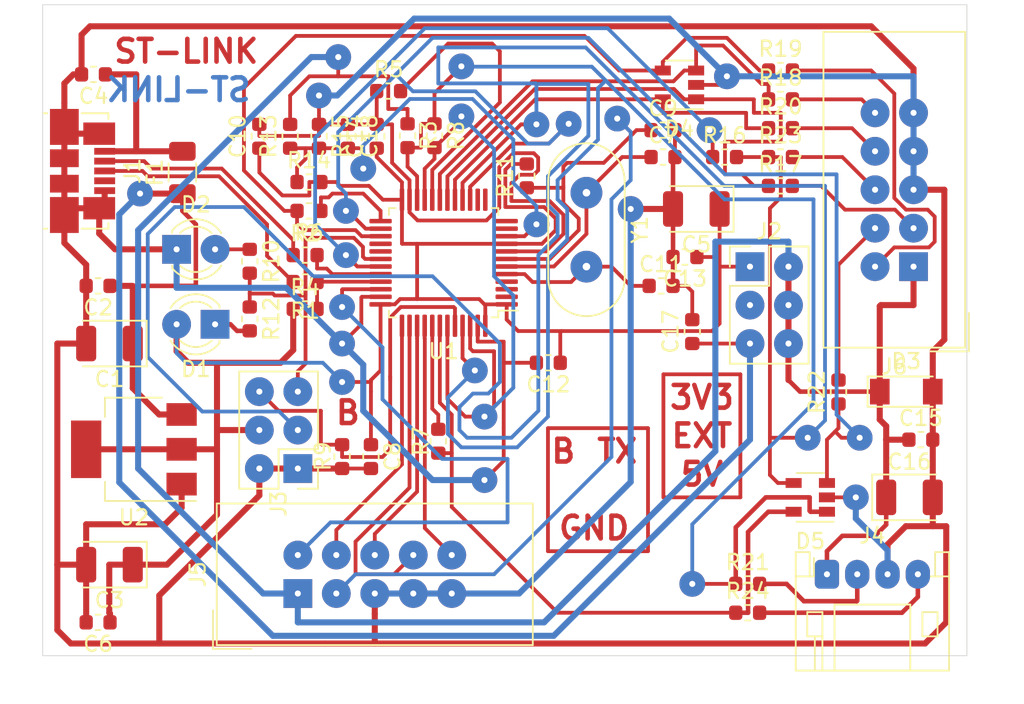
<source format=kicad_pcb>
(kicad_pcb (version 20171130) (host pcbnew 6.0.0-rc1-unknown-56e0031~66~ubuntu18.04.1)
  (layers (0 F.Cu signal) (31 B.Cu signal) (34 B.Paste user) (35 F.Paste user) (36 B.SilkS user) (37 F.SilkS user) (38 B.Mask user) (39 F.Mask user) (44 Edge.Cuts user))
  (net 0 "")
  (net 1 GND)
  (net 2 +5V)
  (net 3 +3V3)
  (net 4 "Net-(C4-Pad1)")
  (net 5 "Net-(C7-Pad1)")
  (net 6 /STM_RST)
  (net 7 "Net-(C11-Pad1)")
  (net 8 VCC)
  (net 9 /AIN1)
  (net 10 "Net-(D1-Pad1)")
  (net 11 "Net-(D2-Pad2)")
  (net 12 /T_JTDI)
  (net 13 /T_JTMS)
  (net 14 /T_JRST)
  (net 15 /T_NRST)
  (net 16 /SWIM_RST)
  (net 17 /T_JTDO)
  (net 18 /T_JTCK)
  (net 19 /SWIM)
  (net 20 "Net-(J1-Pad4)")
  (net 21 "Net-(J1-Pad3)")
  (net 22 "Net-(J1-Pad2)")
  (net 23 "Net-(J2-Pad3)")
  (net 24 /BOOT0)
  (net 25 /U1_BL_TX)
  (net 26 /SWIM_RSTh)
  (net 27 /SWIMh)
  (net 28 /STM_JRST)
  (net 29 /STM_JTDI)
  (net 30 /STM_JTDO)
  (net 31 /STM_JTCK)
  (net 32 /STM_JTMS)
  (net 33 /T_JRSTh)
  (net 34 /T_JTDIh)
  (net 35 /T_JTDOh)
  (net 36 /T_JTCKh)
  (net 37 /T_NRSTh)
  (net 38 /T_JTMSh)
  (net 39 /USB_D+)
  (net 40 /USB_D-)
  (net 41 "Net-(R5-Pad2)")
  (net 42 "Net-(R6-Pad1)")
  (net 43 "Net-(R7-Pad2)")
  (net 44 /SWIM_IN)
  (net 45 /U1_BL_RX)
  (net 46 "Net-(U1-Pad29)")
  (net 47 "Net-(U1-Pad28)")
  (net 48 "Net-(U1-Pad14)")
  (net 49 "Net-(U1-Pad13)")
  (net 50 "Net-(U1-Pad12)")
  (net 51 "Net-(U1-Pad11)")
  (net 52 "Net-(U1-Pad4)")
  (net 53 "Net-(U1-Pad3)")
  (net 54 "Net-(U1-Pad2)")
  (module Connector_IDC:IDC-Header_2x05_P2.54mm_Vertical (layer F.Cu) (at 116.84 135.89 90)
    (fp_text reference J5 (at 1.27 -6.604 90) (layer F.SilkS))
    (fp_text value Conn_02x05_Odd_Even)
    (pad 10 thru_hole oval (at 2.54 10.16 90) (size 1.9 1.9) (drill 0.4) (layers *.Cu *.Mask) (net 28 /STM_JRST))
    (pad 9 thru_hole oval (at 0 10.16 90) (size 1.9 1.9) (drill 0.4) (layers *.Cu *.Mask) (net 1 GND))
    (pad 8 thru_hole oval (at 2.54 7.62 90) (size 1.9 1.9) (drill 0.4) (layers *.Cu *.Mask) (net 29 /STM_JTDI))
    (pad 7 thru_hole oval (at 0 7.62 90) (size 1.9 1.9) (drill 0.4) (layers *.Cu *.Mask) (net 1 GND))
    (pad 6 thru_hole oval (at 2.54 5.08 90) (size 1.9 1.9) (drill 0.4) (layers *.Cu *.Mask) (net 30 /STM_JTDO))
    (pad 5 thru_hole oval (at 0 5.08 90) (size 1.9 1.9) (drill 0.4) (layers *.Cu *.Mask) (net 1 GND))
    (pad 4 thru_hole oval (at 2.54 2.54 90) (size 1.9 1.9) (drill 0.4) (layers *.Cu *.Mask) (net 31 /STM_JTCK))
    (pad 3 thru_hole oval (at 0 2.54 90) (size 1.9 1.9) (drill 0.4) (layers *.Cu *.Mask) (net 6 /STM_RST))
    (pad 2 thru_hole oval (at 2.54 0 90) (size 1.9 1.9) (drill 0.4) (layers *.Cu *.Mask) (net 32 /STM_JTMS))
    (pad 1 thru_hole rect (at 0 0 90) (size 1.9 1.9) (drill 0.4) (layers *.Cu *.Mask) (net 8 VCC))
  )
  (module Connector_IDC:IDC-Header_2x05_P2.54mm_Vertical (layer F.Cu) (at 157.48 114.3 180)
    (fp_text reference J6 (at 1.27 -6.604) (layer F.SilkS))
    (fp_text value Conn_02x05_Odd_Even)
    (pad 10 thru_hole oval (at 2.54 10.16 180) (size 1.9 1.9) (drill 0.4) (layers *.Cu *.Mask) (net 33 /T_JRSTh))
    (pad 9 thru_hole oval (at 0 10.16 180) (size 1.9 1.9) (drill 0.4) (layers *.Cu *.Mask) (net 1 GND))
    (pad 8 thru_hole oval (at 2.54 7.62 180) (size 1.9 1.9) (drill 0.4) (layers *.Cu *.Mask) (net 34 /T_JTDIh))
    (pad 7 thru_hole oval (at 0 7.62 180) (size 1.9 1.9) (drill 0.4) (layers *.Cu *.Mask) (net 1 GND))
    (pad 6 thru_hole oval (at 2.54 5.08 180) (size 1.9 1.9) (drill 0.4) (layers *.Cu *.Mask) (net 35 /T_JTDOh))
    (pad 5 thru_hole oval (at 0 5.08 180) (size 1.9 1.9) (drill 0.4) (layers *.Cu *.Mask) (net 1 GND))
    (pad 4 thru_hole oval (at 2.54 2.54 180) (size 1.9 1.9) (drill 0.4) (layers *.Cu *.Mask) (net 36 /T_JTCKh))
    (pad 3 thru_hole oval (at 0 2.54 180) (size 1.9 1.9) (drill 0.4) (layers *.Cu *.Mask) (net 37 /T_NRSTh))
    (pad 2 thru_hole oval (at 2.54 0 180) (size 1.9 1.9) (drill 0.4) (layers *.Cu *.Mask) (net 38 /T_JTMSh))
    (pad 1 thru_hole rect (at 0 0 180) (size 1.9 1.9) (drill 0.4) (layers *.Cu *.Mask) (net 8 VCC))
  )
  (module Crystal:Crystal_HC49-4H_Vertical (layer F.Cu) (at 135.89 109.42 270)
    (fp_text reference Y1 (at 2.44 -3.525 270) (layer F.SilkS))
    (fp_text value 8MHz)
    (pad 2 thru_hole circle (at 4.88 0 270) (size 2.1 2.1) (drill 0.5) (layers *.Cu *.Mask) (net 7 "Net-(C11-Pad1)"))
    (pad 1 thru_hole circle (at 0 0 270) (size 2.1 2.1) (drill 0.5) (layers *.Cu *.Mask) (net 5 "Net-(C7-Pad1)"))
  )
  (module Resistor_SMD:R_0603_1608Metric (layer F.Cu) (at 118.237 105.6895 270)
    (fp_text reference R15 (at 0 -1.43 270) (layer F.SilkS))
    (fp_text value 4k7)
    (pad 2 smd roundrect (at 0.7875 0 270) (size 0.875 0.95) (layers F.Cu F.Paste F.Mask) (net 9 /AIN1))
    (pad 1 smd roundrect (at -0.7875 0 270) (size 0.875 0.95) (layers F.Cu F.Paste F.Mask) (net 1 GND))
  )
  (module Package_TO_SOT_SMD:SOT-223-3_TabPin2 (layer F.Cu) (at 106.02 126.365 180)
    (fp_text reference U2 (at 0 -4.5 180) (layer F.SilkS))
    (fp_text value LM1117-3.3)
    (pad 1 smd rect (at -3.15 -2.3 180) (size 2 1.5) (layers F.Cu F.Paste F.Mask) (net 1 GND))
    (pad 3 smd rect (at -3.15 2.3 180) (size 2 1.5) (layers F.Cu F.Paste F.Mask) (net 2 +5V))
    (pad 2 smd rect (at -3.15 0 180) (size 2 1.5) (layers F.Cu F.Paste F.Mask) (net 3 +3V3))
    (pad 2 smd rect (at 3.15 0 180) (size 2 3.8) (layers F.Cu F.Paste F.Mask) (net 3 +3V3))
  )
  (module Package_QFP:LQFP-48_7x7mm_P0.5mm (layer F.Cu) (at 126.4635 114.042 180)
    (fp_text reference U1 (at 0 -5.85 180) (layer F.SilkS))
    (fp_text value STM32F103C8Tx)
    (pad 48 smd roundrect (at -2.75 -4.1625 180) (size 0.3 1.475) (layers F.Cu F.Paste F.Mask) (net 3 +3V3))
    (pad 47 smd roundrect (at -2.25 -4.1625 180) (size 0.3 1.475) (layers F.Cu F.Paste F.Mask) (net 1 GND))
    (pad 46 smd roundrect (at -1.75 -4.1625 180) (size 0.3 1.475) (layers F.Cu F.Paste F.Mask) (net 44 /SWIM_IN))
    (pad 45 smd roundrect (at -1.25 -4.1625 180) (size 0.3 1.475) (layers F.Cu F.Paste F.Mask) (net 19 /SWIM))
    (pad 44 smd roundrect (at -0.75 -4.1625 180) (size 0.3 1.475) (layers F.Cu F.Paste F.Mask) (net 24 /BOOT0))
    (pad 43 smd roundrect (at -0.25 -4.1625 180) (size 0.3 1.475) (layers F.Cu F.Paste F.Mask) (net 44 /SWIM_IN))
    (pad 42 smd roundrect (at 0.25 -4.1625 180) (size 0.3 1.475) (layers F.Cu F.Paste F.Mask) (net 16 /SWIM_RST))
    (pad 41 smd roundrect (at 0.75 -4.1625 180) (size 0.3 1.475) (layers F.Cu F.Paste F.Mask) (net 43 "Net-(R7-Pad2)"))
    (pad 40 smd roundrect (at 1.25 -4.1625 180) (size 0.3 1.475) (layers F.Cu F.Paste F.Mask) (net 28 /STM_JRST))
    (pad 39 smd roundrect (at 1.75 -4.1625 180) (size 0.3 1.475) (layers F.Cu F.Paste F.Mask) (net 30 /STM_JTDO))
    (pad 38 smd roundrect (at 2.25 -4.1625 180) (size 0.3 1.475) (layers F.Cu F.Paste F.Mask) (net 29 /STM_JTDI))
    (pad 37 smd roundrect (at 2.75 -4.1625 180) (size 0.3 1.475) (layers F.Cu F.Paste F.Mask) (net 31 /STM_JTCK))
    (pad 36 smd roundrect (at 4.1625 -2.75 180) (size 1.475 0.3) (layers F.Cu F.Paste F.Mask) (net 3 +3V3))
    (pad 35 smd roundrect (at 4.1625 -2.25 180) (size 1.475 0.3) (layers F.Cu F.Paste F.Mask) (net 1 GND))
    (pad 34 smd roundrect (at 4.1625 -1.75 180) (size 1.475 0.3) (layers F.Cu F.Paste F.Mask) (net 32 /STM_JTMS))
    (pad 33 smd roundrect (at 4.1625 -1.25 180) (size 1.475 0.3) (layers F.Cu F.Paste F.Mask) (net 39 /USB_D+))
    (pad 32 smd roundrect (at 4.1625 -0.75 180) (size 1.475 0.3) (layers F.Cu F.Paste F.Mask) (net 40 /USB_D-))
    (pad 31 smd roundrect (at 4.1625 -0.25 180) (size 1.475 0.3) (layers F.Cu F.Paste F.Mask) (net 45 /U1_BL_RX))
    (pad 30 smd roundrect (at 4.1625 0.25 180) (size 1.475 0.3) (layers F.Cu F.Paste F.Mask) (net 25 /U1_BL_TX))
    (pad 29 smd roundrect (at 4.1625 0.75 180) (size 1.475 0.3) (layers F.Cu F.Paste F.Mask) (net 46 "Net-(U1-Pad29)"))
    (pad 28 smd roundrect (at 4.1625 1.25 180) (size 1.475 0.3) (layers F.Cu F.Paste F.Mask) (net 47 "Net-(U1-Pad28)"))
    (pad 27 smd roundrect (at 4.1625 1.75 180) (size 1.475 0.3) (layers F.Cu F.Paste F.Mask) (net 13 /T_JTMS))
    (pad 26 smd roundrect (at 4.1625 2.25 180) (size 1.475 0.3) (layers F.Cu F.Paste F.Mask) (net 18 /T_JTCK))
    (pad 25 smd roundrect (at 4.1625 2.75 180) (size 1.475 0.3) (layers F.Cu F.Paste F.Mask) (net 42 "Net-(R6-Pad1)"))
    (pad 24 smd roundrect (at 2.75 4.1625 180) (size 0.3 1.475) (layers F.Cu F.Paste F.Mask) (net 3 +3V3))
    (pad 23 smd roundrect (at 2.25 4.1625 180) (size 0.3 1.475) (layers F.Cu F.Paste F.Mask) (net 1 GND))
    (pad 22 smd roundrect (at 1.75 4.1625 180) (size 0.3 1.475) (layers F.Cu F.Paste F.Mask) (net 19 /SWIM))
    (pad 21 smd roundrect (at 1.25 4.1625 180) (size 0.3 1.475) (layers F.Cu F.Paste F.Mask) (net 44 /SWIM_IN))
    (pad 20 smd roundrect (at 0.75 4.1625 180) (size 0.3 1.475) (layers F.Cu F.Paste F.Mask) (net 41 "Net-(R5-Pad2)"))
    (pad 19 smd roundrect (at 0.25 4.1625 180) (size 0.3 1.475) (layers F.Cu F.Paste F.Mask) (net 14 /T_JRST))
    (pad 18 smd roundrect (at -0.25 4.1625 180) (size 0.3 1.475) (layers F.Cu F.Paste F.Mask) (net 15 /T_NRST))
    (pad 17 smd roundrect (at -0.75 4.1625 180) (size 0.3 1.475) (layers F.Cu F.Paste F.Mask) (net 12 /T_JTDI))
    (pad 16 smd roundrect (at -1.25 4.1625 180) (size 0.3 1.475) (layers F.Cu F.Paste F.Mask) (net 17 /T_JTDO))
    (pad 15 smd roundrect (at -1.75 4.1625 180) (size 0.3 1.475) (layers F.Cu F.Paste F.Mask) (net 18 /T_JTCK))
    (pad 14 smd roundrect (at -2.25 4.1625 180) (size 0.3 1.475) (layers F.Cu F.Paste F.Mask) (net 48 "Net-(U1-Pad14)"))
    (pad 13 smd roundrect (at -2.75 4.1625 180) (size 0.3 1.475) (layers F.Cu F.Paste F.Mask) (net 49 "Net-(U1-Pad13)"))
    (pad 12 smd roundrect (at -4.1625 2.75 180) (size 1.475 0.3) (layers F.Cu F.Paste F.Mask) (net 50 "Net-(U1-Pad12)"))
    (pad 11 smd roundrect (at -4.1625 2.25 180) (size 1.475 0.3) (layers F.Cu F.Paste F.Mask) (net 51 "Net-(U1-Pad11)"))
    (pad 10 smd roundrect (at -4.1625 1.75 180) (size 1.475 0.3) (layers F.Cu F.Paste F.Mask) (net 9 /AIN1))
    (pad 9 smd roundrect (at -4.1625 1.25 180) (size 1.475 0.3) (layers F.Cu F.Paste F.Mask) (net 3 +3V3))
    (pad 8 smd roundrect (at -4.1625 0.75 180) (size 1.475 0.3) (layers F.Cu F.Paste F.Mask) (net 1 GND))
    (pad 7 smd roundrect (at -4.1625 0.25 180) (size 1.475 0.3) (layers F.Cu F.Paste F.Mask) (net 6 /STM_RST))
    (pad 6 smd roundrect (at -4.1625 -0.25 180) (size 1.475 0.3) (layers F.Cu F.Paste F.Mask) (net 5 "Net-(C7-Pad1)"))
    (pad 5 smd roundrect (at -4.1625 -0.75 180) (size 1.475 0.3) (layers F.Cu F.Paste F.Mask) (net 7 "Net-(C11-Pad1)"))
    (pad 4 smd roundrect (at -4.1625 -1.25 180) (size 1.475 0.3) (layers F.Cu F.Paste F.Mask) (net 52 "Net-(U1-Pad4)"))
    (pad 3 smd roundrect (at -4.1625 -1.75 180) (size 1.475 0.3) (layers F.Cu F.Paste F.Mask) (net 53 "Net-(U1-Pad3)"))
    (pad 2 smd roundrect (at -4.1625 -2.25 180) (size 1.475 0.3) (layers F.Cu F.Paste F.Mask) (net 54 "Net-(U1-Pad2)"))
    (pad 1 smd roundrect (at -4.1625 -2.75 180) (size 1.475 0.3) (layers F.Cu F.Paste F.Mask) (net 3 +3V3))
  )
  (module Resistor_SMD:R_0603_1608Metric (layer F.Cu) (at 146.5325 137.16)
    (fp_text reference R24 (at 0 -1.43) (layer F.SilkS))
    (fp_text value 22R)
    (pad 2 smd roundrect (at 0.7875 0) (size 0.875 0.95) (layers F.Cu F.Paste F.Mask) (net 26 /SWIM_RSTh))
    (pad 1 smd roundrect (at -0.7875 0) (size 0.875 0.95) (layers F.Cu F.Paste F.Mask) (net 16 /SWIM_RST))
  )
  (module Resistor_SMD:R_0603_1608Metric (layer F.Cu) (at 148.6995 107.061)
    (fp_text reference R23 (at 0 -1.43) (layer F.SilkS))
    (fp_text value 22R)
    (pad 2 smd roundrect (at 0.7875 0) (size 0.875 0.95) (layers F.Cu F.Paste F.Mask) (net 35 /T_JTDOh))
    (pad 1 smd roundrect (at -0.7875 0) (size 0.875 0.95) (layers F.Cu F.Paste F.Mask) (net 17 /T_JTDO))
  )
  (module Resistor_SMD:R_0603_1608Metric (layer F.Cu) (at 152.527 122.5805 90)
    (fp_text reference R22 (at 0 -1.43 90) (layer F.SilkS))
    (fp_text value 22R)
    (pad 2 smd roundrect (at 0.7875 0 90) (size 0.875 0.95) (layers F.Cu F.Paste F.Mask) (net 36 /T_JTCKh))
    (pad 1 smd roundrect (at -0.7875 0 90) (size 0.875 0.95) (layers F.Cu F.Paste F.Mask) (net 18 /T_JTCK))
  )
  (module Resistor_SMD:R_0603_1608Metric (layer F.Cu) (at 146.5325 135.255)
    (fp_text reference R21 (at 0 -1.43 -180) (layer F.SilkS))
    (fp_text value 22R)
    (pad 2 smd roundrect (at 0.7875 0) (size 0.875 0.95) (layers F.Cu F.Paste F.Mask) (net 27 /SWIMh))
    (pad 1 smd roundrect (at -0.7875 0) (size 0.875 0.95) (layers F.Cu F.Paste F.Mask) (net 19 /SWIM))
  )
  (module Resistor_SMD:R_0603_1608Metric (layer F.Cu) (at 148.6995 105.156)
    (fp_text reference R20 (at 0 -1.43) (layer F.SilkS))
    (fp_text value 22R)
    (pad 2 smd roundrect (at 0.7875 0) (size 0.875 0.95) (layers F.Cu F.Paste F.Mask) (net 34 /T_JTDIh))
    (pad 1 smd roundrect (at -0.7875 0) (size 0.875 0.95) (layers F.Cu F.Paste F.Mask) (net 12 /T_JTDI))
  )
  (module Resistor_SMD:R_0603_1608Metric (layer F.Cu) (at 148.6995 101.346)
    (fp_text reference R19 (at 0 -1.43) (layer F.SilkS))
    (fp_text value 22R)
    (pad 2 smd roundrect (at 0.7875 0) (size 0.875 0.95) (layers F.Cu F.Paste F.Mask) (net 38 /T_JTMSh))
    (pad 1 smd roundrect (at -0.7875 0) (size 0.875 0.95) (layers F.Cu F.Paste F.Mask) (net 13 /T_JTMS))
  )
  (module Resistor_SMD:R_0603_1608Metric (layer F.Cu) (at 148.6995 103.251)
    (fp_text reference R18 (at 0 -1.43) (layer F.SilkS))
    (fp_text value 22R)
    (pad 2 smd roundrect (at 0.7875 0) (size 0.875 0.95) (layers F.Cu F.Paste F.Mask) (net 33 /T_JRSTh))
    (pad 1 smd roundrect (at -0.7875 0) (size 0.875 0.95) (layers F.Cu F.Paste F.Mask) (net 14 /T_JRST))
  )
  (module Resistor_SMD:R_0603_1608Metric (layer F.Cu) (at 148.6915 108.966)
    (fp_text reference R17 (at 0 -1.43) (layer F.SilkS))
    (fp_text value 22R)
    (pad 2 smd roundrect (at 0.7875 0) (size 0.875 0.95) (layers F.Cu F.Paste F.Mask) (net 37 /T_NRSTh))
    (pad 1 smd roundrect (at -0.7875 0) (size 0.875 0.95) (layers F.Cu F.Paste F.Mask) (net 15 /T_NRST))
  )
  (module Resistor_SMD:R_0603_1608Metric (layer F.Cu) (at 145.0085 107.061)
    (fp_text reference R16 (at 0 -1.43) (layer F.SilkS))
    (fp_text value 22R)
    (pad 2 smd roundrect (at 0.7875 0) (size 0.875 0.95) (layers F.Cu F.Paste F.Mask) (net 17 /T_JTDO))
    (pad 1 smd roundrect (at -0.7875 0) (size 0.875 0.95) (layers F.Cu F.Paste F.Mask) (net 45 /U1_BL_RX))
  )
  (module Resistor_SMD:R_0603_1608Metric (layer F.Cu) (at 117.5765 108.712)
    (fp_text reference R14 (at 0 -1.43) (layer F.SilkS))
    (fp_text value 4k7)
    (pad 2 smd roundrect (at 0.7875 0) (size 0.875 0.95) (layers F.Cu F.Paste F.Mask) (net 3 +3V3))
    (pad 1 smd roundrect (at -0.7875 0) (size 0.875 0.95) (layers F.Cu F.Paste F.Mask) (net 9 /AIN1))
  )
  (module Resistor_SMD:R_0603_1608Metric (layer F.Cu) (at 116.332 105.6895 90)
    (fp_text reference R13 (at 0 -1.43 270) (layer F.SilkS))
    (fp_text value 4k7)
    (pad 2 smd roundrect (at 0.7875 0 90) (size 0.875 0.95) (layers F.Cu F.Paste F.Mask) (net 8 VCC))
    (pad 1 smd roundrect (at -0.7875 0 90) (size 0.875 0.95) (layers F.Cu F.Paste F.Mask) (net 9 /AIN1))
  )
  (module Resistor_SMD:R_0603_1608Metric (layer F.Cu) (at 113.665 117.7545 270)
    (fp_text reference R12 (at 0 -1.43 270) (layer F.SilkS))
    (fp_text value 510)
    (pad 2 smd roundrect (at 0.7875 0 270) (size 0.875 0.95) (layers F.Cu F.Paste F.Mask) (net 10 "Net-(D1-Pad1)"))
    (pad 1 smd roundrect (at -0.7875 0 270) (size 0.875 0.95) (layers F.Cu F.Paste F.Mask) (net 25 /U1_BL_TX))
  )
  (module Resistor_SMD:R_0603_1608Metric (layer F.Cu) (at 131.953 108.3055 90)
    (fp_text reference R11 (at 0 -1.43 90) (layer F.SilkS))
    (fp_text value 100k)
    (pad 2 smd roundrect (at 0.7875 0 90) (size 0.875 0.95) (layers F.Cu F.Paste F.Mask) (net 3 +3V3))
    (pad 1 smd roundrect (at -0.7875 0 90) (size 0.875 0.95) (layers F.Cu F.Paste F.Mask) (net 6 /STM_RST))
  )
  (module Resistor_SMD:R_0603_1608Metric (layer F.Cu) (at 113.665 113.9445 270)
    (fp_text reference R10 (at 0 -1.43 270) (layer F.SilkS))
    (fp_text value 510)
    (pad 2 smd roundrect (at 0.7875 0 270) (size 0.875 0.95) (layers F.Cu F.Paste F.Mask) (net 25 /U1_BL_TX))
    (pad 1 smd roundrect (at -0.7875 0 270) (size 0.875 0.95) (layers F.Cu F.Paste F.Mask) (net 11 "Net-(D2-Pad2)"))
  )
  (module Resistor_SMD:R_0603_1608Metric (layer F.Cu) (at 119.761 126.8475 90)
    (fp_text reference R9 (at 0.0255 -1.27 270) (layer F.SilkS))
    (fp_text value 100k)
    (pad 2 smd roundrect (at 0.7875 0 90) (size 0.875 0.95) (layers F.Cu F.Paste F.Mask) (net 24 /BOOT0))
    (pad 1 smd roundrect (at -0.7875 0 90) (size 0.875 0.95) (layers F.Cu F.Paste F.Mask) (net 1 GND))
  )
  (module Resistor_SMD:R_0603_1608Metric (layer F.Cu) (at 125.861 105.6525 270)
    (fp_text reference R8 (at 0 -1.43 90) (layer F.SilkS))
    (fp_text value 220)
    (pad 2 smd roundrect (at 0.7875 0 270) (size 0.875 0.95) (layers F.Cu F.Paste F.Mask) (net 44 /SWIM_IN))
    (pad 1 smd roundrect (at -0.7875 0 270) (size 0.875 0.95) (layers F.Cu F.Paste F.Mask) (net 19 /SWIM))
  )
  (module Resistor_SMD:R_0603_1608Metric (layer F.Cu) (at 126.111 125.8315 90)
    (fp_text reference R7 (at 0 -1.143 270) (layer F.SilkS))
    (fp_text value 220)
    (pad 2 smd roundrect (at 0.7875 0 90) (size 0.875 0.95) (layers F.Cu F.Paste F.Mask) (net 43 "Net-(R7-Pad2)"))
    (pad 1 smd roundrect (at -0.7875 0 90) (size 0.875 0.95) (layers F.Cu F.Paste F.Mask) (net 16 /SWIM_RST))
  )
  (module Resistor_SMD:R_0603_1608Metric (layer F.Cu) (at 117.5765 110.617 180)
    (fp_text reference R6 (at 0 -1.43 180) (layer F.SilkS))
    (fp_text value 220)
    (pad 2 smd roundrect (at 0.7875 0 180) (size 0.875 0.95) (layers F.Cu F.Paste F.Mask) (net 13 /T_JTMS))
    (pad 1 smd roundrect (at -0.7875 0 180) (size 0.875 0.95) (layers F.Cu F.Paste F.Mask) (net 42 "Net-(R6-Pad1)"))
  )
  (module Resistor_SMD:R_0603_1608Metric (layer F.Cu) (at 122.8345 102.706)
    (fp_text reference R5 (at 0 -1.43 180) (layer F.SilkS))
    (fp_text value 10k)
    (pad 2 smd roundrect (at 0.7875 0) (size 0.875 0.95) (layers F.Cu F.Paste F.Mask) (net 41 "Net-(R5-Pad2)"))
    (pad 1 smd roundrect (at -0.7875 0) (size 0.875 0.95) (layers F.Cu F.Paste F.Mask) (net 1 GND))
  )
  (module Resistor_SMD:R_0603_1608Metric (layer F.Cu) (at 117.3225 117.094)
    (fp_text reference R4 (at 0 -1.43) (layer F.SilkS))
    (fp_text value 1k5)
    (pad 2 smd roundrect (at 0.7875 0) (size 0.875 0.95) (layers F.Cu F.Paste F.Mask) (net 39 /USB_D+))
    (pad 1 smd roundrect (at -0.7875 0) (size 0.875 0.95) (layers F.Cu F.Paste F.Mask) (net 3 +3V3))
  )
  (module Resistor_SMD:R_0603_1608Metric (layer F.Cu) (at 124.083 105.6525 270)
    (fp_text reference R3 (at -0.0255 -1.397 270) (layer F.SilkS))
    (fp_text value 680)
    (pad 2 smd roundrect (at 0.7875 0 270) (size 0.875 0.95) (layers F.Cu F.Paste F.Mask) (net 19 /SWIM))
    (pad 1 smd roundrect (at -0.7875 0 270) (size 0.875 0.95) (layers F.Cu F.Paste F.Mask) (net 8 VCC))
  )
  (module Resistor_SMD:R_0603_1608Metric (layer F.Cu) (at 117.3225 113.538)
    (fp_text reference R2 (at 0 -1.43) (layer F.SilkS))
    (fp_text value 33)
    (pad 2 smd roundrect (at 0.7875 0) (size 0.875 0.95) (layers F.Cu F.Paste F.Mask) (net 40 /USB_D-))
    (pad 1 smd roundrect (at -0.7875 0) (size 0.875 0.95) (layers F.Cu F.Paste F.Mask) (net 22 "Net-(J1-Pad2)"))
  )
  (module Resistor_SMD:R_0603_1608Metric (layer F.Cu) (at 117.3225 115.316)
    (fp_text reference R1 (at 0 1.905) (layer F.SilkS))
    (fp_text value 33)
    (pad 2 smd roundrect (at 0.7875 0) (size 0.875 0.95) (layers F.Cu F.Paste F.Mask) (net 39 /USB_D+))
    (pad 1 smd roundrect (at -0.7875 0) (size 0.875 0.95) (layers F.Cu F.Paste F.Mask) (net 21 "Net-(J1-Pad3)"))
  )
  (module Connector_JST:JST_PH_S4B-PH-K_1x04_P2.00mm_Horizontal (layer F.Cu) (at 151.765 134.62)
    (fp_text reference J4 (at 3 -2.55) (layer F.SilkS))
    (fp_text value Conn_01x04)
    (pad 4 thru_hole oval (at 6 0) (size 1.6 1.9) (drill 0.4) (layers *.Cu *.Mask) (net 26 /SWIM_RSTh))
    (pad 3 thru_hole oval (at 4 0) (size 1.6 1.9) (drill 0.4) (layers *.Cu *.Mask) (net 1 GND))
    (pad 2 thru_hole oval (at 2 0) (size 1.6 1.9) (drill 0.4) (layers *.Cu *.Mask) (net 27 /SWIMh))
    (pad 1 thru_hole roundrect (at 0 0) (size 1.6 1.9) (drill 0.4) (layers *.Cu *.Mask) (roundrect_rratio 0.208) (net 8 VCC))
  )
  (module Connector_PinHeader_2.54mm:PinHeader_2x03_P2.54mm_Vertical (layer F.Cu) (at 116.84 127.635 180)
    (fp_text reference J3 (at 1.27 -2.33 -90) (layer F.SilkS))
    (fp_text value Conn_02x03_Odd_Even)
    (pad 6 thru_hole oval (at 2.54 5.08 180) (size 1.9 1.9) (drill 0.4) (layers *.Cu *.Mask) (net 24 /BOOT0))
    (pad 5 thru_hole oval (at 0 5.08 180) (size 1.9 1.9) (drill 0.4) (layers *.Cu *.Mask) (net 25 /U1_BL_TX))
    (pad 4 thru_hole oval (at 2.54 2.54 180) (size 1.9 1.9) (drill 0.4) (layers *.Cu *.Mask) (net 3 +3V3))
    (pad 3 thru_hole oval (at 0 2.54 180) (size 1.9 1.9) (drill 0.4) (layers *.Cu *.Mask) (net 17 /T_JTDO))
    (pad 2 thru_hole oval (at 2.54 0 180) (size 1.9 1.9) (drill 0.4) (layers *.Cu *.Mask) (net 1 GND))
    (pad 1 thru_hole rect (at 0 0 180) (size 1.9 1.9) (drill 0.4) (layers *.Cu *.Mask) (net 1 GND))
  )
  (module Connector_PinHeader_2.54mm:PinHeader_2x03_P2.54mm_Vertical (layer F.Cu) (at 146.685 114.3)
    (fp_text reference J2 (at 1.27 -2.33) (layer F.SilkS))
    (fp_text value Conn_02x03_Odd_Even)
    (pad 6 thru_hole oval (at 2.54 5.08) (size 1.9 1.9) (drill 0.4) (layers *.Cu *.Mask) (net 8 VCC))
    (pad 5 thru_hole oval (at 0 5.08) (size 1.9 1.9) (drill 0.4) (layers *.Cu *.Mask) (net 2 +5V))
    (pad 4 thru_hole oval (at 2.54 2.54) (size 1.9 1.9) (drill 0.4) (layers *.Cu *.Mask) (net 8 VCC))
    (pad 3 thru_hole oval (at 0 2.54) (size 1.9 1.9) (drill 0.4) (layers *.Cu *.Mask) (net 23 "Net-(J2-Pad3)"))
    (pad 2 thru_hole oval (at 2.54 0) (size 1.9 1.9) (drill 0.4) (layers *.Cu *.Mask) (net 8 VCC))
    (pad 1 thru_hole rect (at 0 0) (size 1.9 1.9) (drill 0.4) (layers *.Cu *.Mask) (net 3 +3V3))
  )
  (module Connector_USB:USB_Micro-B_Molex_47346-0001 (layer F.Cu) (at 102.63 107.98 270)
    (fp_text reference J1 (at 0 -3.3 90) (layer F.SilkS))
    (fp_text value USB_B_Micro)
    (pad 6 smd rect (at 0.84 1.2 270) (size 1.175 1.9) (layers F.Cu F.Paste F.Mask) (net 1 GND))
    (pad 6 smd rect (at -0.84 1.2 270) (size 1.175 1.9) (layers F.Cu F.Paste F.Mask) (net 1 GND))
    (pad 6 smd rect (at 2.91 1.2 270) (size 2.375 1.9) (layers F.Cu F.Paste F.Mask) (net 1 GND))
    (pad 6 smd rect (at -2.91 1.2 270) (size 2.375 1.9) (layers F.Cu F.Paste F.Mask) (net 1 GND))
    (pad 6 smd rect (at 2.4625 -1.1 270) (size 1.475 2.1) (layers F.Cu F.Paste F.Mask) (net 1 GND))
    (pad 6 smd rect (at -2.4625 -1.1 270) (size 1.475 2.1) (layers F.Cu F.Paste F.Mask) (net 1 GND))
    (pad 5 smd rect (at 1.3 -1.46 270) (size 0.45 1.38) (layers F.Cu F.Paste F.Mask) (net 1 GND))
    (pad 4 smd rect (at 0.65 -1.46 270) (size 0.45 1.38) (layers F.Cu F.Paste F.Mask) (net 20 "Net-(J1-Pad4)"))
    (pad 3 smd rect (at 0 -1.46 270) (size 0.45 1.38) (layers F.Cu F.Paste F.Mask) (net 21 "Net-(J1-Pad3)"))
    (pad 2 smd rect (at -0.65 -1.46 270) (size 0.45 1.38) (layers F.Cu F.Paste F.Mask) (net 22 "Net-(J1-Pad2)"))
    (pad 1 smd rect (at -1.3 -1.46 270) (size 0.45 1.38) (layers F.Cu F.Paste F.Mask) (net 4 "Net-(C4-Pad1)"))
  )
  (module Fuse:Fuse_1206_3216Metric (layer F.Cu) (at 109.22 108.08 90)
    (fp_text reference F1 (at 0 -1.82 90) (layer F.SilkS))
    (fp_text value Fuse)
    (pad 2 smd roundrect (at 1.4 0 90) (size 1.25 1.75) (layers F.Cu F.Paste F.Mask) (roundrect_rratio 0.2) (net 4 "Net-(C4-Pad1)"))
    (pad 1 smd roundrect (at -1.4 0 90) (size 1.25 1.75) (layers F.Cu F.Paste F.Mask) (roundrect_rratio 0.2) (net 2 +5V))
  )
  (module Package_TO_SOT_SMD:SOT-23-5 (layer F.Cu) (at 150.665 129.54 180)
    (fp_text reference D5 (at 0 -2.9 180) (layer F.SilkS))
    (fp_text value ESDA5V3-SC5)
    (pad 5 smd rect (at 1.1 -0.95 180) (size 1.06 0.65) (layers F.Cu F.Paste F.Mask) (net 16 /SWIM_RST))
    (pad 4 smd rect (at 1.1 0.95 180) (size 1.06 0.65) (layers F.Cu F.Paste F.Mask) (net 17 /T_JTDO))
    (pad 3 smd rect (at -1.1 0.95 180) (size 1.06 0.65) (layers F.Cu F.Paste F.Mask) (net 18 /T_JTCK))
    (pad 2 smd rect (at -1.1 0 180) (size 1.06 0.65) (layers F.Cu F.Paste F.Mask) (net 1 GND))
    (pad 1 smd rect (at -1.1 -0.95 180) (size 1.06 0.65) (layers F.Cu F.Paste F.Mask) (net 19 /SWIM))
  )
  (module Package_TO_SOT_SMD:SOT-23-5 (layer F.Cu) (at 142.029 102.296 180)
    (fp_text reference D4 (at 0 -2.9) (layer F.SilkS))
    (fp_text value ESDA5V3-SC5)
    (pad 5 smd rect (at 1.1 -0.95 180) (size 1.06 0.65) (layers F.Cu F.Paste F.Mask) (net 12 /T_JTDI))
    (pad 4 smd rect (at 1.1 0.95 180) (size 1.06 0.65) (layers F.Cu F.Paste F.Mask) (net 13 /T_JTMS))
    (pad 3 smd rect (at -1.1 0.95 180) (size 1.06 0.65) (layers F.Cu F.Paste F.Mask) (net 14 /T_JRST))
    (pad 2 smd rect (at -1.1 0 180) (size 1.06 0.65) (layers F.Cu F.Paste F.Mask) (net 1 GND))
    (pad 1 smd rect (at -1.1 -0.95 180) (size 1.06 0.65) (layers F.Cu F.Paste F.Mask) (net 15 /T_NRST))
  )
  (module Diode_SMD:D_MiniMELF (layer F.Cu) (at 157 122.555)
    (fp_text reference D3 (at 0 -2) (layer F.SilkS))
    (fp_text value D_Zener)
    (pad 2 smd rect (at 1.75 0) (size 1.3 1.7) (layers F.Cu F.Paste F.Mask) (net 1 GND))
    (pad 1 smd rect (at -1.75 0) (size 1.3 1.7) (layers F.Cu F.Paste F.Mask) (net 8 VCC))
  )
  (module LED_THT:LED_D3.0mm (layer F.Cu) (at 108.839 113.157)
    (fp_text reference D2 (at 1.27 -2.96) (layer F.SilkS))
    (fp_text value LED_ALT)
    (pad 2 thru_hole circle (at 2.54 0) (size 1.9 1.9) (drill 0.4) (layers *.Cu *.Mask) (net 11 "Net-(D2-Pad2)"))
    (pad 1 thru_hole rect (at 0 0) (size 1.9 1.9) (drill 0.4) (layers *.Cu *.Mask) (net 1 GND))
  )
  (module LED_THT:LED_D3.0mm (layer F.Cu) (at 111.379 118.11 180)
    (fp_text reference D1 (at 1.27 -2.96 180) (layer F.SilkS))
    (fp_text value LED_ALT)
    (pad 2 thru_hole circle (at 2.54 0 180) (size 1.9 1.9) (drill 0.4) (layers *.Cu *.Mask) (net 3 +3V3))
    (pad 1 thru_hole rect (at 0 0 180) (size 1.9 1.9) (drill 0.4) (layers *.Cu *.Mask) (net 10 "Net-(D1-Pad1)"))
  )
  (module Capacitor_SMD:C_0603_1608Metric (layer F.Cu) (at 120.142 105.6895 270)
    (fp_text reference C18 (at 0 -1.43 270) (layer F.SilkS))
    (fp_text value 100n)
    (pad 2 smd roundrect (at 0.7875 0 270) (size 0.875 0.95) (layers F.Cu F.Paste F.Mask) (net 9 /AIN1))
    (pad 1 smd roundrect (at -0.7875 0 270) (size 0.875 0.95) (layers F.Cu F.Paste F.Mask) (net 1 GND))
  )
  (module Capacitor_SMD:C_0603_1608Metric (layer F.Cu) (at 142.875 118.5925 90)
    (fp_text reference C17 (at 0 -1.43 270) (layer F.SilkS))
    (fp_text value 100n)
    (pad 2 smd roundrect (at 0.7875 0 90) (size 0.875 0.95) (layers F.Cu F.Paste F.Mask) (net 1 GND))
    (pad 1 smd roundrect (at -0.7875 0 90) (size 0.875 0.95) (layers F.Cu F.Paste F.Mask) (net 2 +5V))
  )
  (module Capacitor_Tantalum_SMD:CP_EIA-3528-21_Kemet-B (layer F.Cu) (at 157.2125 129.54)
    (fp_text reference C16 (at 0 -2.35) (layer F.SilkS))
    (fp_text value 10u)
    (pad 2 smd roundrect (at 1.5375 0) (size 1.325 2.35) (layers F.Cu F.Paste F.Mask) (roundrect_rratio 0.188679) (net 1 GND))
    (pad 1 smd roundrect (at -1.5375 0) (size 1.325 2.35) (layers F.Cu F.Paste F.Mask) (roundrect_rratio 0.188679) (net 8 VCC))
  )
  (module Capacitor_SMD:C_0603_1608Metric (layer F.Cu) (at 157.9625 125.73)
    (fp_text reference C15 (at 0 -1.43) (layer F.SilkS))
    (fp_text value 100n)
    (pad 2 smd roundrect (at 0.7875 0) (size 0.875 0.95) (layers F.Cu F.Paste F.Mask) (net 1 GND))
    (pad 1 smd roundrect (at -0.7875 0) (size 0.875 0.95) (layers F.Cu F.Paste F.Mask) (net 8 VCC))
  )
  (module Capacitor_SMD:C_0603_1608Metric (layer F.Cu) (at 122.047 105.6895 90)
    (fp_text reference C14 (at 0 -1.43 90) (layer F.SilkS))
    (fp_text value 100n)
    (pad 2 smd roundrect (at 0.7875 0 90) (size 0.875 0.95) (layers F.Cu F.Paste F.Mask) (net 1 GND))
    (pad 1 smd roundrect (at -0.7875 0 90) (size 0.875 0.95) (layers F.Cu F.Paste F.Mask) (net 3 +3V3))
  )
  (module Capacitor_SMD:C_0603_1608Metric (layer F.Cu) (at 142.3925 113.665 180)
    (fp_text reference C13 (at 0 -1.43 180) (layer F.SilkS))
    (fp_text value 100n)
    (pad 2 smd roundrect (at 0.7875 0 180) (size 0.875 0.95) (layers F.Cu F.Paste F.Mask) (net 1 GND))
    (pad 1 smd roundrect (at -0.7875 0 180) (size 0.875 0.95) (layers F.Cu F.Paste F.Mask) (net 3 +3V3))
  )
  (module Capacitor_SMD:C_0603_1608Metric (layer F.Cu) (at 133.3755 120.65 180)
    (fp_text reference C12 (at 0 -1.43 180) (layer F.SilkS))
    (fp_text value 100n)
    (pad 2 smd roundrect (at 0.7875 0 180) (size 0.875 0.95) (layers F.Cu F.Paste F.Mask) (net 1 GND))
    (pad 1 smd roundrect (at -0.7875 0 180) (size 0.875 0.95) (layers F.Cu F.Paste F.Mask) (net 3 +3V3))
  )
  (module Capacitor_SMD:C_0603_1608Metric (layer F.Cu) (at 140.8175 115.57)
    (fp_text reference C11 (at 0 -1.43) (layer F.SilkS))
    (fp_text value 22p)
    (pad 2 smd roundrect (at 0.7875 0) (size 0.875 0.95) (layers F.Cu F.Paste F.Mask) (net 1 GND))
    (pad 1 smd roundrect (at -0.7875 0) (size 0.875 0.95) (layers F.Cu F.Paste F.Mask) (net 7 "Net-(C11-Pad1)"))
  )
  (module Capacitor_SMD:C_0603_1608Metric (layer F.Cu) (at 114.3 105.6895 90)
    (fp_text reference C10 (at 0 -1.43 90) (layer F.SilkS))
    (fp_text value 100n)
    (pad 2 smd roundrect (at 0.7875 0 90) (size 0.875 0.95) (layers F.Cu F.Paste F.Mask) (net 1 GND))
    (pad 1 smd roundrect (at -0.7875 0 90) (size 0.875 0.95) (layers F.Cu F.Paste F.Mask) (net 3 +3V3))
  )
  (module Capacitor_SMD:C_0603_1608Metric (layer F.Cu) (at 140.9445 105.283)
    (fp_text reference C9 (at 0 -1.43) (layer F.SilkS))
    (fp_text value 100n)
    (pad 2 smd roundrect (at 0.7875 0) (size 0.875 0.95) (layers F.Cu F.Paste F.Mask) (net 1 GND))
    (pad 1 smd roundrect (at -0.7875 0) (size 0.875 0.95) (layers F.Cu F.Paste F.Mask) (net 6 /STM_RST))
  )
  (module Capacitor_SMD:C_0603_1608Metric (layer F.Cu) (at 121.666 126.8475 270)
    (fp_text reference C8 (at 0 -1.43 270) (layer F.SilkS))
    (fp_text value 100n)
    (pad 2 smd roundrect (at 0.7875 0 270) (size 0.875 0.95) (layers F.Cu F.Paste F.Mask) (net 1 GND))
    (pad 1 smd roundrect (at -0.7875 0 270) (size 0.875 0.95) (layers F.Cu F.Paste F.Mask) (net 3 +3V3))
  )
  (module Capacitor_SMD:C_0603_1608Metric (layer F.Cu) (at 140.9445 107.061)
    (fp_text reference C7 (at 0 -1.43) (layer F.SilkS))
    (fp_text value 22p)
    (pad 2 smd roundrect (at 0.7875 0) (size 0.875 0.95) (layers F.Cu F.Paste F.Mask) (net 1 GND))
    (pad 1 smd roundrect (at -0.7875 0) (size 0.875 0.95) (layers F.Cu F.Paste F.Mask) (net 5 "Net-(C7-Pad1)"))
  )
  (module Capacitor_SMD:C_0603_1608Metric (layer F.Cu) (at 103.6575 137.795 180)
    (fp_text reference C6 (at 0 -1.43) (layer F.SilkS))
    (fp_text value 100n)
    (pad 2 smd roundrect (at 0.7875 0 180) (size 0.875 0.95) (layers F.Cu F.Paste F.Mask) (net 1 GND))
    (pad 1 smd roundrect (at -0.7875 0 180) (size 0.875 0.95) (layers F.Cu F.Paste F.Mask) (net 3 +3V3))
  )
  (module Capacitor_Tantalum_SMD:CP_EIA-3528-21_Kemet-B (layer F.Cu) (at 143.1425 110.49 180)
    (fp_text reference C5 (at 0 -2.35 180) (layer F.SilkS))
    (fp_text value 10u)
    (pad 2 smd roundrect (at 1.5375 0 180) (size 1.325 2.35) (layers F.Cu F.Paste F.Mask) (roundrect_rratio 0.188679) (net 1 GND))
    (pad 1 smd roundrect (at -1.5375 0 180) (size 1.325 2.35) (layers F.Cu F.Paste F.Mask) (roundrect_rratio 0.188679) (net 3 +3V3))
  )
  (module Capacitor_SMD:C_0603_1608Metric (layer F.Cu) (at 103.3525 101.6 180)
    (fp_text reference C4 (at 0 -1.43 180) (layer F.SilkS))
    (fp_text value 100n)
    (pad 2 smd roundrect (at 0.7875 0 180) (size 0.875 0.95) (layers F.Cu F.Paste F.Mask) (net 1 GND))
    (pad 1 smd roundrect (at -0.7875 0 180) (size 0.875 0.95) (layers F.Cu F.Paste F.Mask) (net 4 "Net-(C4-Pad1)"))
  )
  (module Capacitor_Tantalum_SMD:CP_EIA-3528-21_Kemet-B (layer F.Cu) (at 104.4075 133.985 180)
    (fp_text reference C3 (at 0 -2.35 180) (layer F.SilkS))
    (fp_text value 10u)
    (pad 2 smd roundrect (at 1.5375 0 180) (size 1.325 2.35) (layers F.Cu F.Paste F.Mask) (roundrect_rratio 0.188679) (net 1 GND))
    (pad 1 smd roundrect (at -1.5375 0 180) (size 1.325 2.35) (layers F.Cu F.Paste F.Mask) (roundrect_rratio 0.188679) (net 3 +3V3))
  )
  (module Capacitor_SMD:C_0603_1608Metric (layer F.Cu) (at 103.6575 115.57 180)
    (fp_text reference C2 (at 0 -1.43 180) (layer F.SilkS))
    (fp_text value 100n)
    (pad 2 smd roundrect (at 0.7875 0 180) (size 0.875 0.95) (layers F.Cu F.Paste F.Mask) (net 1 GND))
    (pad 1 smd roundrect (at -0.7875 0 180) (size 0.875 0.95) (layers F.Cu F.Paste F.Mask) (net 2 +5V))
  )
  (module Capacitor_Tantalum_SMD:CP_EIA-3528-21_Kemet-B (layer F.Cu) (at 104.4075 119.38 180)
    (fp_text reference C1 (at 0 -2.35 180) (layer F.SilkS))
    (fp_text value 10u)
    (pad 2 smd roundrect (at 1.5375 0 180) (size 1.325 2.35) (layers F.Cu F.Paste F.Mask) (roundrect_rratio 0.188679) (net 1 GND))
    (pad 1 smd roundrect (at -1.5375 0 180) (size 1.325 2.35) (layers F.Cu F.Paste F.Mask) (roundrect_rratio 0.188679) (net 2 +5V))
  )
  (gr_text ST-LINK (at 108.966 102.616) (layer B.Cu) (effects (font (size 1.5 1.5) (thickness 0.3)) (justify mirror)))
  (gr_text ST-LINK (at 109.474 100.076) (layer F.Cu) (effects (font (size 1.5 1.5) (thickness 0.3))))
  (gr_text GND (at 136.398 131.572) (layer F.Cu) (effects (font (size 1.5 1.5) (thickness 0.3))))
  (gr_text TX (at 137.922 126.492) (layer F.Cu) (effects (font (size 1.5 1.5) (thickness 0.3))))
  (gr_text B (at 134.366 126.492) (layer F.Cu) (effects (font (size 1.5 1.5) (thickness 0.3))))
  (gr_text B (at 120.142 123.952) (layer F.Cu) (effects (font (size 1.5 1.5) (thickness 0.3))))
  (gr_text 5V (at 143.51 128.016) (layer F.Cu) (effects (font (size 1.5 1.5) (thickness 0.3))))
  (gr_text EXT (at 143.51 125.476) (layer F.Cu) (effects (font (size 1.5 1.5) (thickness 0.3))))
  (gr_text 3V3 (at 143.51 122.936) (layer F.Cu) (effects (font (size 1.5 1.5) (thickness 0.3))))
  (gr_line (start 161 140) (end 100 140) (layer Edge.Cuts) (width 0.05))
  (gr_line (start 161 97) (end 161 140) (layer Edge.Cuts) (width 0.05))
  (gr_line (start 100 97) (end 161 97) (layer Edge.Cuts) (width 0.05))
  (gr_line (start 100 140) (end 100 97) (layer Edge.Cuts) (width 0.05))
  (segment (start 140.97 129.54) (end 146.05 129.54) (width 0.25) (layer F.Cu) (net 0))
  (segment (start 146.05 121.412) (end 146.05 129.54) (width 0.25) (layer F.Cu) (net 0))
  (segment (start 140.97 129.54) (end 140.97 121.412) (width 0.25) (layer F.Cu) (net 0))
  (segment (start 140.97 121.412) (end 146.05 121.412) (width 0.25) (layer F.Cu) (net 0))
  (segment (start 139.954 124.968) (end 139.954 133.096) (width 0.25) (layer F.Cu) (net 0))
  (segment (start 133.35 124.968) (end 139.954 124.968) (width 0.25) (layer F.Cu) (net 0))
  (segment (start 137.922 133.096) (end 133.35 133.096) (width 0.25) (layer F.Cu) (net 0))
  (segment (start 133.35 133.096) (end 133.35 124.968) (width 0.25) (layer F.Cu) (net 0))
  (segment (start 137.922 133.096) (end 139.954 133.096) (width 0.25) (layer F.Cu) (net 0))
  (segment (start 101.43 105.07) (end 101.43 107.14) (width 0.4) (layer F.Cu) (net 1))
  (segment (start 101.43 107.14) (end 101.43 108.82) (width 0.4) (layer F.Cu) (net 1))
  (segment (start 101.43 110.89) (end 101.43 108.82) (width 0.4) (layer F.Cu) (net 1))
  (segment (start 101.8775 110.4425) (end 101.43 110.89) (width 0.4) (layer F.Cu) (net 1))
  (segment (start 103.73 110.4425) (end 101.8775 110.4425) (width 0.4) (layer F.Cu) (net 1))
  (segment (start 104.09 110.0825) (end 103.73 110.4425) (width 0.4) (layer F.Cu) (net 1))
  (segment (start 104.09 109.28) (end 104.09 110.0825) (width 0.4) (layer F.Cu) (net 1))
  (segment (start 101.8775 105.5175) (end 101.43 105.07) (width 0.4) (layer F.Cu) (net 1))
  (segment (start 103.73 105.5175) (end 101.8775 105.5175) (width 0.4) (layer F.Cu) (net 1))
  (segment (start 102.0275 101.6) (end 101.43 102.1975) (width 0.4) (layer F.Cu) (net 1))
  (segment (start 101.43 103.4825) (end 101.43 105.07) (width 0.4) (layer F.Cu) (net 1))
  (segment (start 101.43 102.1975) (end 101.43 103.4825) (width 0.4) (layer F.Cu) (net 1))
  (segment (start 102.565 101.6) (end 102.0275 101.6) (width 0.4) (layer F.Cu) (net 1))
  (segment (start 102.87 114.173) (end 102.87 115.57) (width 0.4) (layer F.Cu) (net 1))
  (segment (start 101.43 110.89) (end 101.43 112.733) (width 0.4) (layer F.Cu) (net 1))
  (segment (start 101.43 112.733) (end 102.87 114.173) (width 0.4) (layer F.Cu) (net 1))
  (segment (start 102.87 119.38) (end 102.87 115.57) (width 0.4) (layer F.Cu) (net 1))
  (segment (start 108.839 113.157) (end 104.775 113.157) (width 0.4) (layer F.Cu) (net 1))
  (segment (start 103.73 112.112) (end 103.73 110.4425) (width 0.4) (layer F.Cu) (net 1))
  (segment (start 104.775 113.157) (end 103.73 112.112) (width 0.4) (layer F.Cu) (net 1))
  (segment (start 102.87 137.795) (end 102.87 133.985) (width 0.4) (layer F.Cu) (net 1))
  (segment (start 102.87 133.985) (end 102.87 131.318) (width 0.4) (layer F.Cu) (net 1))
  (segment (start 102.87 131.318) (end 108.077 131.318) (width 0.4) (layer F.Cu) (net 1))
  (segment (start 109.17 130.225) (end 109.17 128.665) (width 0.4) (layer F.Cu) (net 1))
  (segment (start 108.077 131.318) (end 109.17 130.225) (width 0.4) (layer F.Cu) (net 1))
  (segment (start 100.965 133.985) (end 102.87 133.985) (width 0.4) (layer F.Cu) (net 1))
  (segment (start 102.87 119.38) (end 100.965 119.38) (width 0.4) (layer F.Cu) (net 1))
  (segment (start 100.965 119.38) (end 100.965 133.985) (width 0.4) (layer F.Cu) (net 1))
  (segment (start 114.3 127.635) (end 116.84 127.635) (width 0.4) (layer F.Cu) (net 1))
  (segment (start 158.75 122.555) (end 158.75 125.73) (width 0.4) (layer F.Cu) (net 1))
  (segment (start 158.75 129.54) (end 158.75 125.73) (width 0.4) (layer F.Cu) (net 1))
  (segment (start 158.75 129.54) (end 158.75 131.445) (width 0.4) (layer F.Cu) (net 1))
  (segment (start 158.75 131.445) (end 156.972 131.445) (width 0.4) (layer F.Cu) (net 1))
  (segment (start 155.765 132.652) (end 155.765 134.62) (width 0.4) (layer F.Cu) (net 1))
  (segment (start 156.972 131.445) (end 155.765 132.652) (width 0.4) (layer F.Cu) (net 1))
  (segment (start 158.75 119.888) (end 158.75 122.555) (width 0.4) (layer F.Cu) (net 1))
  (segment (start 157.48 109.22) (end 159.512 109.22) (width 0.4) (layer F.Cu) (net 1))
  (segment (start 159.512 119.126) (end 158.75 119.888) (width 0.4) (layer F.Cu) (net 1))
  (segment (start 159.512 109.22) (end 159.512 119.126) (width 0.4) (layer F.Cu) (net 1))
  (segment (start 114.3 127.635) (end 114.3 129.413) (width 0.4) (layer F.Cu) (net 1))
  (segment (start 114.3 129.413) (end 107.696 136.017) (width 0.4) (layer F.Cu) (net 1))
  (segment (start 107.696 136.017) (end 107.696 139.192) (width 0.4) (layer F.Cu) (net 1))
  (segment (start 107.696 139.192) (end 118.618 139.192) (width 0.4) (layer F.Cu) (net 1))
  (segment (start 141.605 115.57) (end 141.605 113.665) (width 0.3) (layer F.Cu) (net 1))
  (segment (start 141.605 113.665) (end 141.605 110.49) (width 0.3) (layer F.Cu) (net 1))
  (segment (start 141.605 107.188) (end 141.732 107.061) (width 0.3) (layer F.Cu) (net 1))
  (segment (start 141.605 110.49) (end 141.605 107.188) (width 0.3) (layer F.Cu) (net 1))
  (segment (start 142.875 115.951) (end 142.875 117.805) (width 0.25) (layer F.Cu) (net 1))
  (segment (start 141.605 115.57) (end 142.494 115.57) (width 0.25) (layer F.Cu) (net 1))
  (segment (start 142.494 115.57) (end 142.875 115.951) (width 0.25) (layer F.Cu) (net 1))
  (segment (start 121.92 137.233502) (end 121.92 139.192) (width 0.4) (layer F.Cu) (net 1))
  (segment (start 121.92 135.89) (end 121.92 137.233502) (width 0.4) (layer F.Cu) (net 1))
  (segment (start 118.618 139.192) (end 121.92 139.192) (width 0.4) (layer F.Cu) (net 1))
  (segment (start 116.84 127.635) (end 119.761 127.635) (width 0.4) (layer F.Cu) (net 1))
  (segment (start 141.732 107.061) (end 141.732 106.045) (width 0.25) (layer F.Cu) (net 1))
  (segment (start 124.2135 109.8795) (end 124.2135 108.5925) (width 0.25) (layer F.Cu) (net 1))
  (segment (start 124.2135 108.5925) (end 123.063 107.442) (width 0.25) (layer F.Cu) (net 1))
  (segment (start 122.622 104.902) (end 123.063 104.902) (width 0.25) (layer F.Cu) (net 1))
  (segment (start 122.047 104.902) (end 122.622 104.902) (width 0.25) (layer F.Cu) (net 1))
  (segment (start 123.063 107.442) (end 123.063 104.902) (width 0.25) (layer F.Cu) (net 1))
  (segment (start 118.237 104.902) (end 120.142 104.902) (width 0.25) (layer F.Cu) (net 1))
  (segment (start 120.142 104.902) (end 122.047 104.902) (width 0.25) (layer F.Cu) (net 1))
  (segment (start 102.565 98.984) (end 102.565 101.6) (width 0.4) (layer F.Cu) (net 1))
  (segment (start 103.124 98.425) (end 102.565 98.984) (width 0.4) (layer F.Cu) (net 1))
  (segment (start 157.48 104.14) (end 157.48 101.219) (width 0.4) (layer F.Cu) (net 1))
  (segment (start 154.686 98.425) (end 103.124 98.425) (width 0.4) (layer F.Cu) (net 1))
  (segment (start 157.48 101.219) (end 154.686 98.425) (width 0.4) (layer F.Cu) (net 1))
  (segment (start 131.445 120.65) (end 132.588 120.65) (width 0.25) (layer F.Cu) (net 1))
  (segment (start 122.047 102.706) (end 122.047 104.902) (width 0.25) (layer F.Cu) (net 1))
  (segment (start 141.732 105.283) (end 141.732 106.045) (width 0.25) (layer F.Cu) (net 1))
  (segment (start 130.429 120.65) (end 131.445 120.65) (width 0.25) (layer F.Cu) (net 1))
  (segment (start 130.936999 109.962989) (end 130.936999 108.785737) (width 0.25) (layer F.Cu) (net 1))
  (segment (start 132.70301 107.941274) (end 132.70301 107.094726) (width 0.25) (layer F.Cu) (net 1))
  (segment (start 133.457989 109.962989) (end 130.936999 109.962989) (width 0.25) (layer F.Cu) (net 1))
  (segment (start 134.366 110.871) (end 133.457989 109.962989) (width 0.25) (layer F.Cu) (net 1))
  (segment (start 130.626 113.292) (end 133.215 113.292) (width 0.25) (layer F.Cu) (net 1))
  (segment (start 130.936999 108.785737) (end 131.492226 108.23051) (width 0.25) (layer F.Cu) (net 1))
  (segment (start 134.366 112.141) (end 134.366 110.871) (width 0.25) (layer F.Cu) (net 1))
  (segment (start 133.215 113.292) (end 134.366 112.141) (width 0.25) (layer F.Cu) (net 1))
  (segment (start 132.413774 106.80549) (end 131.065511 106.80549) (width 0.25) (layer F.Cu) (net 1))
  (segment (start 132.413774 108.23051) (end 132.70301 107.941274) (width 0.25) (layer F.Cu) (net 1))
  (segment (start 131.065511 106.80549) (end 130.136979 107.734022) (width 0.25) (layer F.Cu) (net 1))
  (segment (start 131.492226 108.23051) (end 132.413774 108.23051) (width 0.25) (layer F.Cu) (net 1))
  (segment (start 132.70301 107.094726) (end 132.413774 106.80549) (width 0.25) (layer F.Cu) (net 1))
  (segment (start 124.2135 110.717) (end 124.2135 109.8795) (width 0.25) (layer F.Cu) (net 1))
  (segment (start 124.7485 111.252) (end 124.2135 110.717) (width 0.25) (layer F.Cu) (net 1))
  (segment (start 130.136979 107.734022) (end 130.136978 110.401022) (width 0.25) (layer F.Cu) (net 1))
  (segment (start 130.136978 110.401022) (end 129.286 111.252) (width 0.25) (layer F.Cu) (net 1))
  (segment (start 129.286 111.252) (end 124.7485 111.252) (width 0.25) (layer F.Cu) (net 1))
  (segment (start 128.7135 119.253) (end 130.429 119.253) (width 0.25) (layer F.Cu) (net 1))
  (segment (start 128.7135 118.2045) (end 128.7135 119.253) (width 0.25) (layer F.Cu) (net 1))
  (segment (start 130.429 119.253) (end 130.429 120.65) (width 0.25) (layer F.Cu) (net 1))
  (via (at 145.161 101.727) (size 1.7) (drill 0.4) (layers F.Cu B.Cu) (net 1))
  (segment (start 143.129 102.296) (end 144.592 102.296) (width 0.25) (layer F.Cu) (net 1))
  (segment (start 144.592 102.296) (end 145.161 101.727) (width 0.25) (layer F.Cu) (net 1))
  (segment (start 157.48 101.727) (end 157.48 104.14) (width 0.4) (layer B.Cu) (net 1))
  (segment (start 145.161 101.727) (end 157.48 101.727) (width 0.4) (layer B.Cu) (net 1))
  (via (at 153.67 129.54) (size 1.7) (drill 0.4) (layers F.Cu B.Cu) (net 1))
  (segment (start 153.67 130.937) (end 155.765 133.032) (width 0.4) (layer B.Cu) (net 1))
  (segment (start 155.765 133.032) (end 155.765 134.62) (width 0.4) (layer B.Cu) (net 1))
  (segment (start 153.67 129.54) (end 153.67 130.937) (width 0.4) (layer B.Cu) (net 1))
  (segment (start 151.765 129.54) (end 153.67 129.54) (width 0.25) (layer F.Cu) (net 1))
  (segment (start 114.3 104.902) (end 114.3 105.664) (width 0.25) (layer F.Cu) (net 1))
  (segment (start 114.3 105.664) (end 118.237 105.664) (width 0.25) (layer F.Cu) (net 1))
  (segment (start 118.237 105.664) (end 118.237 104.902) (width 0.25) (layer F.Cu) (net 1))
  (segment (start 119.761 127.635) (end 121.666 127.635) (width 0.25) (layer F.Cu) (net 1))
  (segment (start 121.92 135.89) (end 124.46 135.89) (width 0.4) (layer B.Cu) (net 1))
  (segment (start 124.46 135.89) (end 127 135.89) (width 0.4) (layer B.Cu) (net 1))
  (segment (start 127 135.89) (end 131.445 135.89) (width 0.4) (layer B.Cu) (net 1))
  (segment (start 138.811 110.49) (end 141.605 110.49) (width 0.4) (layer F.Cu) (net 1))
  (segment (start 138.811 128.524) (end 138.811 110.49) (width 0.4) (layer B.Cu) (net 1))
  (segment (start 131.445 135.89) (end 138.811 128.524) (width 0.4) (layer B.Cu) (net 1))
  (via (at 138.811 110.49) (size 1.7) (drill 0.4) (layers F.Cu B.Cu) (net 1))
  (via (at 118.237 102.997) (size 1.7) (drill 0.4) (layers F.Cu B.Cu) (net 1))
  (segment (start 118.237 104.902) (end 118.237 102.997) (width 0.25) (layer F.Cu) (net 1))
  (segment (start 122.301 116.292) (end 121.071 116.292) (width 0.25) (layer F.Cu) (net 1))
  (segment (start 121.071 116.292) (end 121.031 116.332) (width 0.25) (layer F.Cu) (net 1))
  (segment (start 121.031 116.332) (end 121.031 117.729) (width 0.25) (layer F.Cu) (net 1))
  (segment (start 129.159 128.397) (end 130.429 127.127) (width 0.25) (layer F.Cu) (net 1))
  (segment (start 121.158 120.777) (end 121.158 123.825) (width 0.4) (layer B.Cu) (net 1))
  (segment (start 119.761 119.38) (end 121.158 120.777) (width 0.4) (layer B.Cu) (net 1))
  (segment (start 121.158 123.825) (end 125.73 128.397) (width 0.4) (layer B.Cu) (net 1))
  (segment (start 125.73 128.397) (end 129.159 128.397) (width 0.4) (layer B.Cu) (net 1))
  (via (at 129.159 128.397) (size 1.7) (drill 0.4) (layers F.Cu B.Cu) (net 1))
  (segment (start 130.429 127.127) (end 130.429 124.967103) (width 0.25) (layer F.Cu) (net 1))
  (segment (start 130.429 120.65) (end 130.429 124.967103) (width 0.25) (layer F.Cu) (net 1))
  (via (at 119.761 119.38) (size 1.7) (drill 0.4) (layers F.Cu B.Cu) (net 1))
  (segment (start 121.031 117.729) (end 121.031 118.11) (width 0.25) (layer F.Cu) (net 1))
  (segment (start 121.031 118.11) (end 119.761 119.38) (width 0.25) (layer F.Cu) (net 1))
  (segment (start 108.839 115.697) (end 108.839 113.157) (width 0.4) (layer B.Cu) (net 1))
  (segment (start 116.078 115.697) (end 108.839 115.697) (width 0.4) (layer B.Cu) (net 1))
  (segment (start 119.761 119.38) (end 116.078 115.697) (width 0.4) (layer B.Cu) (net 1))
  (segment (start 141.351 97.917) (end 145.161 101.727) (width 0.4) (layer B.Cu) (net 1))
  (segment (start 124.519081 97.917) (end 141.351 97.917) (width 0.4) (layer B.Cu) (net 1))
  (segment (start 118.237 102.997) (end 119.439081 102.997) (width 0.4) (layer B.Cu) (net 1))
  (segment (start 119.439081 102.997) (end 124.519081 97.917) (width 0.4) (layer B.Cu) (net 1))
  (segment (start 157.48 104.14) (end 157.48 106.68) (width 0.4) (layer B.Cu) (net 1))
  (segment (start 157.48 106.68) (end 157.48 109.22) (width 0.4) (layer B.Cu) (net 1))
  (segment (start 101.854 139.192) (end 107.696 139.192) (width 0.4) (layer F.Cu) (net 1))
  (segment (start 100.965 138.303) (end 101.854 139.192) (width 0.4) (layer F.Cu) (net 1))
  (segment (start 100.965 133.985) (end 100.965 138.303) (width 0.4) (layer F.Cu) (net 1))
  (segment (start 159.639 137.795) (end 158.242 139.192) (width 0.4) (layer F.Cu) (net 1))
  (segment (start 158.242 139.192) (end 121.92 139.192) (width 0.4) (layer F.Cu) (net 1))
  (segment (start 159.639 131.445) (end 159.639 137.795) (width 0.4) (layer F.Cu) (net 1))
  (segment (start 158.75 131.445) (end 159.639 131.445) (width 0.4) (layer F.Cu) (net 1))
  (segment (start 104.445 115.57) (end 105.918 115.57) (width 0.4) (layer F.Cu) (net 2))
  (segment (start 105.945 115.597) (end 105.945 119.38) (width 0.4) (layer F.Cu) (net 2))
  (segment (start 105.918 115.57) (end 105.945 115.597) (width 0.4) (layer F.Cu) (net 2))
  (segment (start 105.945 119.38) (end 105.945 122.328) (width 0.4) (layer F.Cu) (net 2))
  (segment (start 107.682 124.065) (end 109.17 124.065) (width 0.4) (layer F.Cu) (net 2))
  (segment (start 105.945 122.328) (end 107.682 124.065) (width 0.4) (layer F.Cu) (net 2))
  (segment (start 109.22 109.48) (end 109.22 110.617) (width 0.3) (layer F.Cu) (net 2))
  (segment (start 109.22 110.617) (end 110.109 111.506) (width 0.3) (layer F.Cu) (net 2))
  (segment (start 110.109 111.506) (end 110.109 115.57) (width 0.3) (layer F.Cu) (net 2))
  (segment (start 110.109 115.57) (end 105.918 115.57) (width 0.3) (layer F.Cu) (net 2))
  (segment (start 143.45 119.38) (end 146.685 119.38) (width 0.25) (layer F.Cu) (net 2))
  (segment (start 142.875 119.38) (end 143.45 119.38) (width 0.25) (layer F.Cu) (net 2))
  (via (at 106.426 109.474) (size 1.7) (drill 0.4) (layers F.Cu B.Cu) (net 2))
  (segment (start 106.426 109.474) (end 109.214 109.474) (width 0.4) (layer F.Cu) (net 2))
  (segment (start 109.214 109.474) (end 109.22 109.48) (width 0.4) (layer F.Cu) (net 2))
  (segment (start 133.731 138.684) (end 146.685 125.73) (width 0.4) (layer B.Cu) (net 2))
  (segment (start 115.189 138.684) (end 133.731 138.684) (width 0.4) (layer B.Cu) (net 2))
  (segment (start 105.0544 128.5494) (end 115.189 138.684) (width 0.4) (layer B.Cu) (net 2))
  (segment (start 146.685 125.73) (end 146.685 119.38) (width 0.4) (layer B.Cu) (net 2))
  (segment (start 106.426 109.474) (end 105.0544 110.8456) (width 0.4) (layer B.Cu) (net 2))
  (segment (start 105.0544 110.8456) (end 105.0544 128.5494) (width 0.4) (layer B.Cu) (net 2))
  (segment (start 109.17 126.365) (end 102.87 126.365) (width 0.4) (layer F.Cu) (net 3))
  (segment (start 111.506 130.683) (end 111.506 126.365) (width 0.4) (layer F.Cu) (net 3))
  (segment (start 111.506 126.365) (end 109.17 126.365) (width 0.4) (layer F.Cu) (net 3))
  (segment (start 105.945 133.985) (end 108.204 133.985) (width 0.4) (layer F.Cu) (net 3))
  (segment (start 108.204 133.985) (end 111.506 130.683) (width 0.4) (layer F.Cu) (net 3))
  (segment (start 104.445 137.22) (end 104.394 137.169) (width 0.4) (layer F.Cu) (net 3))
  (segment (start 104.445 137.795) (end 104.445 137.22) (width 0.4) (layer F.Cu) (net 3))
  (segment (start 104.394 137.169) (end 104.394 133.985) (width 0.4) (layer F.Cu) (net 3))
  (segment (start 104.394 133.985) (end 105.945 133.985) (width 0.4) (layer F.Cu) (net 3))
  (segment (start 123.7295 112.792) (end 123.7135 112.776) (width 0.25) (layer F.Cu) (net 3))
  (segment (start 123.7135 109.8795) (end 123.7135 112.776) (width 0.25) (layer F.Cu) (net 3))
  (segment (start 129.2135 116.8465) (end 129.159 116.792) (width 0.25) (layer F.Cu) (net 3))
  (segment (start 129.2135 118.2045) (end 129.2135 116.8465) (width 0.25) (layer F.Cu) (net 3))
  (segment (start 129.159 116.792) (end 130.626 116.792) (width 0.25) (layer F.Cu) (net 3))
  (segment (start 114.3 125.095) (end 111.506 125.095) (width 0.4) (layer F.Cu) (net 3))
  (segment (start 111.506 125.095) (end 111.506 126.365) (width 0.4) (layer F.Cu) (net 3))
  (segment (start 143.18 113.665) (end 144.68 113.665) (width 0.25) (layer F.Cu) (net 3))
  (segment (start 144.68 110.49) (end 144.68 113.665) (width 0.25) (layer F.Cu) (net 3))
  (segment (start 144.68 113.665) (end 144.68 114.2) (width 0.25) (layer F.Cu) (net 3))
  (segment (start 111.506 122.555) (end 111.506 125.095) (width 0.4) (layer F.Cu) (net 3))
  (segment (start 108.839 118.11) (end 108.839 119.888) (width 0.4) (layer F.Cu) (net 3))
  (segment (start 116.535 117.094) (end 116.535 119.812) (width 0.4) (layer F.Cu) (net 3))
  (segment (start 116.535 119.812) (end 115.697 120.65) (width 0.4) (layer F.Cu) (net 3))
  (segment (start 108.839 119.888) (end 109.601 120.65) (width 0.4) (layer F.Cu) (net 3))
  (segment (start 111.506 122.555) (end 111.506 120.65) (width 0.4) (layer F.Cu) (net 3))
  (segment (start 115.697 120.65) (end 111.506 120.65) (width 0.4) (layer F.Cu) (net 3))
  (segment (start 111.506 120.65) (end 109.601 120.65) (width 0.4) (layer F.Cu) (net 3))
  (segment (start 128.806991 116.439991) (end 129.159 116.792) (width 0.25) (layer F.Cu) (net 3))
  (segment (start 124.714 116.439991) (end 128.806991 116.439991) (width 0.25) (layer F.Cu) (net 3))
  (segment (start 124.714 112.792) (end 124.714 116.439991) (width 0.25) (layer F.Cu) (net 3))
  (segment (start 130.626 112.792) (end 124.714 112.792) (width 0.25) (layer F.Cu) (net 3))
  (segment (start 124.714 112.792) (end 123.7295 112.792) (width 0.25) (layer F.Cu) (net 3))
  (segment (start 122.301 116.792) (end 123.238 116.792) (width 0.25) (layer F.Cu) (net 3))
  (segment (start 123.590009 116.439991) (end 124.714 116.439991) (width 0.25) (layer F.Cu) (net 3))
  (segment (start 123.238 116.792) (end 123.590009 116.439991) (width 0.25) (layer F.Cu) (net 3))
  (segment (start 145.485 114.3) (end 144.68 114.3) (width 0.25) (layer F.Cu) (net 3))
  (segment (start 146.685 114.3) (end 145.485 114.3) (width 0.25) (layer F.Cu) (net 3))
  (segment (start 144.68 114.3) (end 144.68 114.2) (width 0.25) (layer F.Cu) (net 3))
  (segment (start 144.68 118.05498) (end 144.68 114.3) (width 0.25) (layer F.Cu) (net 3))
  (segment (start 144.18048 118.5545) (end 144.68 118.05498) (width 0.25) (layer F.Cu) (net 3))
  (segment (start 130.626 116.792) (end 130.626 117.799) (width 0.25) (layer F.Cu) (net 3))
  (segment (start 130.626 117.799) (end 131.3815 118.5545) (width 0.25) (layer F.Cu) (net 3))
  (segment (start 134.163 118.6305) (end 134.239 118.5545) (width 0.25) (layer F.Cu) (net 3))
  (segment (start 134.163 120.65) (end 134.163 118.6305) (width 0.25) (layer F.Cu) (net 3))
  (segment (start 131.3815 118.5545) (end 134.239 118.5545) (width 0.25) (layer F.Cu) (net 3))
  (segment (start 134.239 118.5545) (end 144.18048 118.5545) (width 0.25) (layer F.Cu) (net 3))
  (segment (start 122.301 116.792) (end 122.301 121.158) (width 0.25) (layer F.Cu) (net 3))
  (segment (start 130.9187 107.518) (end 131.953 107.518) (width 0.25) (layer F.Cu) (net 3))
  (segment (start 130.536989 110.363) (end 130.536989 107.899711) (width 0.25) (layer F.Cu) (net 3))
  (segment (start 133.096 110.363) (end 130.536989 110.363) (width 0.25) (layer F.Cu) (net 3))
  (segment (start 130.536989 107.899711) (end 130.9187 107.518) (width 0.25) (layer F.Cu) (net 3))
  (segment (start 133.858 111.125) (end 133.096 110.363) (width 0.25) (layer F.Cu) (net 3))
  (segment (start 133.858 111.887) (end 133.858 111.125) (width 0.25) (layer F.Cu) (net 3))
  (segment (start 132.953 112.792) (end 133.858 111.887) (width 0.25) (layer F.Cu) (net 3))
  (segment (start 130.626 112.792) (end 132.953 112.792) (width 0.25) (layer F.Cu) (net 3))
  (segment (start 123.7135 108.7275) (end 123.7135 109.8795) (width 0.25) (layer F.Cu) (net 3))
  (segment (start 122.047 106.477) (end 122.047 107.061) (width 0.25) (layer F.Cu) (net 3))
  (segment (start 122.047 107.061) (end 123.7135 108.7275) (width 0.25) (layer F.Cu) (net 3))
  (segment (start 118.364 108.712) (end 119.38 108.712) (width 0.25) (layer F.Cu) (net 3))
  (segment (start 119.38 108.712) (end 119.634 108.966) (width 0.25) (layer F.Cu) (net 3))
  (segment (start 119.634 108.966) (end 121.539 108.966) (width 0.25) (layer F.Cu) (net 3))
  (segment (start 122.4525 109.8795) (end 123.7135 109.8795) (width 0.25) (layer F.Cu) (net 3))
  (segment (start 121.539 108.966) (end 122.4525 109.8795) (width 0.25) (layer F.Cu) (net 3))
  (segment (start 114.3 106.477) (end 114.3 108.077) (width 0.25) (layer F.Cu) (net 3))
  (segment (start 114.3 108.077) (end 115.824 109.601) (width 0.25) (layer F.Cu) (net 3))
  (segment (start 115.824 109.601) (end 117.602 109.601) (width 0.25) (layer F.Cu) (net 3))
  (segment (start 117.602 109.601) (end 117.602 108.712) (width 0.25) (layer F.Cu) (net 3))
  (segment (start 117.602 108.712) (end 118.364 108.712) (width 0.25) (layer F.Cu) (net 3))
  (segment (start 121.666 126.06) (end 121.666 122.555) (width 0.25) (layer F.Cu) (net 3))
  (segment (start 122.301 121.158) (end 121.666 121.793) (width 0.25) (layer F.Cu) (net 3))
  (via (at 119.761 121.92) (size 1.7) (drill 0.4) (layers F.Cu B.Cu) (net 3))
  (segment (start 119.761 121.92) (end 121.666 121.92) (width 0.25) (layer F.Cu) (net 3))
  (segment (start 121.666 122.555) (end 121.666 121.92) (width 0.25) (layer F.Cu) (net 3))
  (segment (start 121.666 121.92) (end 121.666 121.793) (width 0.25) (layer F.Cu) (net 3))
  (segment (start 109.474 120.65) (end 108.839 120.015) (width 0.25) (layer B.Cu) (net 3))
  (segment (start 108.839 120.015) (end 108.839 118.11) (width 0.25) (layer B.Cu) (net 3))
  (segment (start 119.761 121.92) (end 118.491 120.65) (width 0.25) (layer B.Cu) (net 3))
  (segment (start 118.491 120.65) (end 109.474 120.65) (width 0.25) (layer B.Cu) (net 3))
  (segment (start 104.09 106.68) (end 104.648 106.68) (width 0.4) (layer F.Cu) (net 4))
  (segment (start 104.14 101.6) (end 106.172 101.6) (width 0.4) (layer F.Cu) (net 4))
  (segment (start 106.172 101.6) (end 106.172 106.68) (width 0.4) (layer F.Cu) (net 4))
  (segment (start 104.648 106.68) (end 106.172 106.68) (width 0.4) (layer F.Cu) (net 4))
  (segment (start 106.172 106.68) (end 109.22 106.68) (width 0.4) (layer F.Cu) (net 4))
  (segment (start 138.249 107.061) (end 140.157 107.061) (width 0.25) (layer F.Cu) (net 5))
  (segment (start 135.89 109.42) (end 138.249 107.061) (width 0.25) (layer F.Cu) (net 5))
  (segment (start 130.626 114.292) (end 133.739 114.292) (width 0.25) (layer F.Cu) (net 5))
  (segment (start 135.89 112.141) (end 135.89 109.42) (width 0.25) (layer F.Cu) (net 5))
  (segment (start 133.739 114.292) (end 135.89 112.141) (width 0.25) (layer F.Cu) (net 5))
  (segment (start 139.192 105.283) (end 140.157 105.283) (width 0.25) (layer F.Cu) (net 6))
  (segment (start 137.033 107.442) (end 138.303 106.172) (width 0.25) (layer F.Cu) (net 6))
  (segment (start 134.62 107.442) (end 137.033 107.442) (width 0.25) (layer F.Cu) (net 6))
  (segment (start 134.366 107.696) (end 134.62 107.442) (width 0.25) (layer F.Cu) (net 6))
  (segment (start 134.366 108.966) (end 134.366 107.696) (width 0.25) (layer F.Cu) (net 6))
  (segment (start 131.953 109.093) (end 134.366 109.093) (width 0.25) (layer F.Cu) (net 6))
  (segment (start 134.366 109.093) (end 134.366 108.966) (width 0.25) (layer F.Cu) (net 6))
  (segment (start 134.366 110.109) (end 134.366 109.093) (width 0.25) (layer F.Cu) (net 6))
  (segment (start 135.382 111.125) (end 134.366 110.109) (width 0.25) (layer F.Cu) (net 6))
  (segment (start 135.382 111.887) (end 135.382 111.125) (width 0.25) (layer F.Cu) (net 6))
  (segment (start 133.477 113.792) (end 135.382 111.887) (width 0.25) (layer F.Cu) (net 6))
  (segment (start 130.626 113.792) (end 133.477 113.792) (width 0.25) (layer F.Cu) (net 6))
  (segment (start 138.811 108.585) (end 137.541 109.855) (width 0.25) (layer B.Cu) (net 6))
  (segment (start 120.329999 134.940001) (end 119.38 135.89) (width 0.25) (layer B.Cu) (net 6))
  (segment (start 137.541 126.873) (end 129.794 134.62) (width 0.25) (layer B.Cu) (net 6))
  (segment (start 129.794 134.62) (end 120.65 134.62) (width 0.25) (layer B.Cu) (net 6))
  (segment (start 120.65 134.62) (end 120.329999 134.940001) (width 0.25) (layer B.Cu) (net 6))
  (segment (start 137.541 109.855) (end 137.541 126.873) (width 0.25) (layer B.Cu) (net 6))
  (segment (start 138.811 106.68) (end 138.811 108.585) (width 0.25) (layer B.Cu) (net 6))
  (via (at 137.922 104.521) (size 1.7) (drill 0.4) (layers F.Cu B.Cu) (net 6))
  (segment (start 138.811 106.68) (end 138.811 105.41) (width 0.25) (layer B.Cu) (net 6))
  (segment (start 138.811 105.41) (end 137.922 104.521) (width 0.25) (layer B.Cu) (net 6))
  (segment (start 137.922 104.521) (end 138.938 105.537) (width 0.25) (layer F.Cu) (net 6))
  (segment (start 138.303 106.172) (end 138.938 105.537) (width 0.25) (layer F.Cu) (net 6))
  (segment (start 138.938 105.537) (end 139.192 105.283) (width 0.25) (layer F.Cu) (net 6))
  (segment (start 138.811 115.57) (end 140.03 115.57) (width 0.25) (layer F.Cu) (net 7))
  (segment (start 135.89 114.3) (end 137.541 114.3) (width 0.25) (layer F.Cu) (net 7))
  (segment (start 137.541 114.3) (end 138.811 115.57) (width 0.25) (layer F.Cu) (net 7))
  (segment (start 134.874 115.316) (end 135.89 114.3) (width 0.25) (layer F.Cu) (net 7))
  (segment (start 132.334 115.316) (end 134.874 115.316) (width 0.25) (layer F.Cu) (net 7))
  (segment (start 130.626 114.792) (end 131.81 114.792) (width 0.25) (layer F.Cu) (net 7))
  (segment (start 131.81 114.792) (end 132.334 115.316) (width 0.25) (layer F.Cu) (net 7))
  (segment (start 155.25 122.555) (end 155.25 124.404) (width 0.4) (layer F.Cu) (net 8))
  (segment (start 155.25 124.404) (end 155.675 124.829) (width 0.4) (layer F.Cu) (net 8))
  (segment (start 156.6375 125.73) (end 155.675 125.73) (width 0.4) (layer F.Cu) (net 8))
  (segment (start 157.175 125.73) (end 156.6375 125.73) (width 0.4) (layer F.Cu) (net 8))
  (segment (start 155.675 124.829) (end 155.675 125.73) (width 0.4) (layer F.Cu) (net 8))
  (segment (start 155.675 125.73) (end 155.675 129.54) (width 0.4) (layer F.Cu) (net 8))
  (segment (start 152.781 132.08) (end 154.94 132.08) (width 0.3) (layer F.Cu) (net 8))
  (segment (start 155.675 131.345) (end 155.675 129.54) (width 0.3) (layer F.Cu) (net 8))
  (segment (start 154.94 132.08) (end 155.675 131.345) (width 0.3) (layer F.Cu) (net 8))
  (segment (start 151.765 134.62) (end 151.765 133.096) (width 0.3) (layer F.Cu) (net 8))
  (segment (start 151.765 133.096) (end 152.781 132.08) (width 0.3) (layer F.Cu) (net 8))
  (segment (start 149.225 114.3) (end 149.225 116.84) (width 0.4) (layer F.Cu) (net 8))
  (segment (start 149.225 116.84) (end 149.225 119.38) (width 0.4) (layer F.Cu) (net 8))
  (segment (start 157.48 116.84) (end 157.48 114.3) (width 0.4) (layer F.Cu) (net 8))
  (segment (start 155.25 116.911) (end 155.321 116.84) (width 0.4) (layer F.Cu) (net 8))
  (segment (start 155.25 122.555) (end 155.25 116.911) (width 0.4) (layer F.Cu) (net 8))
  (segment (start 155.321 116.84) (end 157.48 116.84) (width 0.4) (layer F.Cu) (net 8))
  (segment (start 149.225 119.38) (end 149.225 120.723502) (width 0.4) (layer F.Cu) (net 8))
  (segment (start 149.225 120.723502) (end 149.225 121.666) (width 0.4) (layer F.Cu) (net 8))
  (segment (start 149.225 121.666) (end 149.225 121.793) (width 0.4) (layer F.Cu) (net 8))
  (segment (start 149.987 122.555) (end 155.25 122.555) (width 0.3) (layer F.Cu) (net 8))
  (segment (start 149.225 121.793) (end 149.987 122.555) (width 0.3) (layer F.Cu) (net 8))
  (segment (start 124.083 103.89) (end 124.087 103.886) (width 0.25) (layer F.Cu) (net 8))
  (segment (start 124.087 103.886) (end 122.809 103.886) (width 0.25) (layer F.Cu) (net 8))
  (segment (start 122.809 103.886) (end 122.809 101.727) (width 0.25) (layer F.Cu) (net 8))
  (segment (start 124.083 104.865) (end 124.083 103.89) (width 0.25) (layer F.Cu) (net 8))
  (via (at 119.507 100.457) (size 1.7) (drill 0.4) (layers F.Cu B.Cu) (net 8))
  (segment (start 119.507 101.727) (end 119.507 100.457) (width 0.25) (layer F.Cu) (net 8))
  (segment (start 114.554 135.89) (end 116.84 135.89) (width 0.4) (layer B.Cu) (net 8))
  (segment (start 106.299 127.635) (end 114.554 135.89) (width 0.4) (layer B.Cu) (net 8))
  (segment (start 106.299 111.887) (end 106.299 127.635) (width 0.4) (layer B.Cu) (net 8))
  (segment (start 119.507 100.457) (end 117.729 100.457) (width 0.4) (layer B.Cu) (net 8))
  (segment (start 117.729 100.457) (end 106.299 111.887) (width 0.4) (layer B.Cu) (net 8))
  (segment (start 122.809 101.727) (end 119.507 101.727) (width 0.25) (layer F.Cu) (net 8))
  (segment (start 149.225 112.649) (end 149.225 114.3) (width 0.4) (layer B.Cu) (net 8))
  (segment (start 116.84 137.795) (end 133.096 137.795) (width 0.4) (layer B.Cu) (net 8))
  (segment (start 116.84 135.89) (end 116.84 137.795) (width 0.4) (layer B.Cu) (net 8))
  (segment (start 133.096 137.795) (end 144.399 126.492) (width 0.4) (layer B.Cu) (net 8))
  (segment (start 144.399 126.492) (end 144.399 112.649) (width 0.4) (layer B.Cu) (net 8))
  (segment (start 144.399 112.649) (end 149.225 112.649) (width 0.4) (layer B.Cu) (net 8))
  (segment (start 116.332 102.997) (end 116.332 104.902) (width 0.25) (layer F.Cu) (net 8))
  (segment (start 119.507 101.727) (end 117.602 101.727) (width 0.25) (layer F.Cu) (net 8))
  (segment (start 117.602 101.727) (end 116.332 102.997) (width 0.25) (layer F.Cu) (net 8))
  (segment (start 118.237 106.477) (end 120.142 106.477) (width 0.25) (layer F.Cu) (net 9))
  (segment (start 116.789 108.712) (end 116.789 107.747) (width 0.25) (layer F.Cu) (net 9))
  (segment (start 116.789 107.747) (end 117.348 107.188) (width 0.25) (layer F.Cu) (net 9))
  (segment (start 117.348 107.188) (end 117.348 106.477) (width 0.25) (layer F.Cu) (net 9))
  (segment (start 116.332 106.477) (end 117.348 106.477) (width 0.25) (layer F.Cu) (net 9))
  (segment (start 117.348 106.477) (end 118.237 106.477) (width 0.25) (layer F.Cu) (net 9))
  (via (at 132.588 111.506) (size 1.7) (drill 0.4) (layers F.Cu B.Cu) (net 9))
  (segment (start 130.626 112.292) (end 131.802 112.292) (width 0.25) (layer F.Cu) (net 9))
  (segment (start 131.802 112.292) (end 132.588 111.506) (width 0.25) (layer F.Cu) (net 9))
  (segment (start 120.142 106.477) (end 120.955 106.477) (width 0.25) (layer F.Cu) (net 9))
  (via (at 121.158 107.823) (size 1.7) (drill 0.4) (layers F.Cu B.Cu) (net 9))
  (segment (start 120.955 106.477) (end 121.158 106.68) (width 0.25) (layer F.Cu) (net 9))
  (segment (start 121.158 106.68) (end 121.158 107.823) (width 0.25) (layer F.Cu) (net 9))
  (segment (start 132.588 110.303919) (end 132.588 111.506) (width 0.25) (layer B.Cu) (net 9))
  (segment (start 121.158 106.299) (end 124.2314 103.2256) (width 0.25) (layer B.Cu) (net 9))
  (segment (start 121.158 107.823) (end 121.158 106.299) (width 0.25) (layer B.Cu) (net 9))
  (segment (start 124.2314 103.2256) (end 128.3716 103.2256) (width 0.25) (layer B.Cu) (net 9))
  (segment (start 128.3716 103.2256) (end 131.064 105.918) (width 0.25) (layer B.Cu) (net 9))
  (segment (start 131.064 105.918) (end 131.064 108.779919) (width 0.25) (layer B.Cu) (net 9))
  (segment (start 131.064 108.779919) (end 132.588 110.303919) (width 0.25) (layer B.Cu) (net 9))
  (segment (start 111.379 118.11) (end 112.395 118.11) (width 0.3) (layer F.Cu) (net 10))
  (segment (start 112.827 118.542) (end 113.665 118.542) (width 0.3) (layer F.Cu) (net 10))
  (segment (start 112.395 118.11) (end 112.827 118.542) (width 0.3) (layer F.Cu) (net 10))
  (segment (start 113.665 113.157) (end 111.379 113.157) (width 0.25) (layer F.Cu) (net 11))
  (segment (start 146.431 104.14) (end 146.431 105.156) (width 0.25) (layer F.Cu) (net 12))
  (segment (start 146.431 105.156) (end 147.912 105.156) (width 0.25) (layer F.Cu) (net 12))
  (segment (start 140.929 104.14) (end 146.431 104.14) (width 0.25) (layer F.Cu) (net 12))
  (segment (start 140.929 103.246) (end 140.929 104.14) (width 0.25) (layer F.Cu) (net 12))
  (segment (start 140.149 103.246) (end 140.929 103.246) (width 0.25) (layer F.Cu) (net 12))
  (segment (start 132.5168 103.246) (end 140.149 103.246) (width 0.25) (layer F.Cu) (net 12))
  (segment (start 127.2135 109.8795) (end 127.2135 108.5493) (width 0.25) (layer F.Cu) (net 12))
  (segment (start 127.2135 108.5493) (end 132.5168 103.246) (width 0.25) (layer F.Cu) (net 12))
  (segment (start 121.055 112.292) (end 122.301 112.292) (width 0.25) (layer F.Cu) (net 13))
  (segment (start 120.65 111.887) (end 121.055 112.292) (width 0.25) (layer F.Cu) (net 13))
  (segment (start 116.789 110.617) (end 116.789 111.455) (width 0.25) (layer F.Cu) (net 13))
  (segment (start 117.221 111.887) (end 120.65 111.887) (width 0.25) (layer F.Cu) (net 13))
  (segment (start 116.789 111.455) (end 117.221 111.887) (width 0.25) (layer F.Cu) (net 13))
  (segment (start 147.32 101.346) (end 147.912 101.346) (width 0.25) (layer F.Cu) (net 13))
  (segment (start 145.161 99.187) (end 147.32 101.346) (width 0.25) (layer F.Cu) (net 13))
  (segment (start 142.513 99.187) (end 145.161 99.187) (width 0.25) (layer F.Cu) (net 13))
  (segment (start 140.929 101.346) (end 140.929 100.771) (width 0.25) (layer F.Cu) (net 13))
  (segment (start 140.929 100.771) (end 142.513 99.187) (width 0.25) (layer F.Cu) (net 13))
  (segment (start 138.049 101.346) (end 140.929 101.346) (width 0.25) (layer F.Cu) (net 13))
  (segment (start 115.951 110.617) (end 113.284 107.95) (width 0.25) (layer F.Cu) (net 13))
  (segment (start 116.713 99.06) (end 135.763 99.06) (width 0.25) (layer F.Cu) (net 13))
  (segment (start 116.789 110.617) (end 115.951 110.617) (width 0.25) (layer F.Cu) (net 13))
  (segment (start 113.284 107.95) (end 113.284 102.489) (width 0.25) (layer F.Cu) (net 13))
  (segment (start 113.284 102.489) (end 116.713 99.06) (width 0.25) (layer F.Cu) (net 13))
  (segment (start 135.763 99.06) (end 138.049 101.346) (width 0.25) (layer F.Cu) (net 13))
  (segment (start 147.912 102.319) (end 147.912 103.251) (width 0.25) (layer F.Cu) (net 14))
  (segment (start 144.907 99.695) (end 147.447 102.235) (width 0.25) (layer F.Cu) (net 14))
  (segment (start 143.129 101.346) (end 143.129 99.695) (width 0.25) (layer F.Cu) (net 14))
  (segment (start 147.828 102.235) (end 147.912 102.319) (width 0.25) (layer F.Cu) (net 14))
  (segment (start 147.447 102.235) (end 147.828 102.235) (width 0.25) (layer F.Cu) (net 14))
  (segment (start 143.129 99.695) (end 144.907 99.695) (width 0.25) (layer F.Cu) (net 14))
  (segment (start 142.349 101.346) (end 143.129 101.346) (width 0.25) (layer F.Cu) (net 14))
  (segment (start 141.6378 102.0572) (end 142.349 101.346) (width 0.25) (layer F.Cu) (net 14))
  (segment (start 132.334 102.0572) (end 141.6378 102.0572) (width 0.25) (layer F.Cu) (net 14))
  (segment (start 126.2135 109.8795) (end 126.2135 108.1777) (width 0.25) (layer F.Cu) (net 14))
  (segment (start 126.2135 108.1777) (end 132.334 102.0572) (width 0.25) (layer F.Cu) (net 14))
  (segment (start 146.939 108.966) (end 147.904 108.966) (width 0.25) (layer F.Cu) (net 15))
  (segment (start 146.177 108.204) (end 146.939 108.966) (width 0.25) (layer F.Cu) (net 15))
  (segment (start 145.034 106.045) (end 145.034 108.204) (width 0.25) (layer F.Cu) (net 15))
  (segment (start 143.129 103.246) (end 146.934 103.246) (width 0.25) (layer F.Cu) (net 15))
  (segment (start 146.934 103.246) (end 146.939 103.251) (width 0.25) (layer F.Cu) (net 15))
  (segment (start 146.939 104.14) (end 148.717 104.14) (width 0.25) (layer F.Cu) (net 15))
  (segment (start 146.939 103.251) (end 146.939 104.14) (width 0.25) (layer F.Cu) (net 15))
  (segment (start 148.717 106.045) (end 145.034 106.045) (width 0.25) (layer F.Cu) (net 15))
  (segment (start 145.034 108.204) (end 146.177 108.204) (width 0.25) (layer F.Cu) (net 15))
  (segment (start 148.717 104.14) (end 148.717 106.045) (width 0.25) (layer F.Cu) (net 15))
  (segment (start 142.349 103.246) (end 143.129 103.246) (width 0.25) (layer F.Cu) (net 15))
  (segment (start 132.4864 102.5652) (end 141.6682 102.5652) (width 0.25) (layer F.Cu) (net 15))
  (segment (start 141.6682 102.5652) (end 142.349 103.246) (width 0.25) (layer F.Cu) (net 15))
  (segment (start 126.7135 109.8795) (end 126.7135 108.3381) (width 0.25) (layer F.Cu) (net 15))
  (segment (start 126.7135 108.3381) (end 132.4864 102.5652) (width 0.25) (layer F.Cu) (net 15))
  (segment (start 126.111 126.619) (end 127 126.619) (width 0.25) (layer F.Cu) (net 16))
  (segment (start 126.2135 123.2925) (end 126.2135 118.2045) (width 0.25) (layer F.Cu) (net 16))
  (segment (start 127 126.619) (end 127 124.079) (width 0.25) (layer F.Cu) (net 16))
  (segment (start 127 124.079) (end 126.2135 123.2925) (width 0.25) (layer F.Cu) (net 16))
  (segment (start 133.985 137.16) (end 145.745 137.16) (width 0.25) (layer F.Cu) (net 16))
  (segment (start 127 126.619) (end 127 130.175) (width 0.25) (layer F.Cu) (net 16))
  (segment (start 127 130.175) (end 133.985 137.16) (width 0.25) (layer F.Cu) (net 16))
  (segment (start 146.558 131.826) (end 146.558 137.16) (width 0.3) (layer F.Cu) (net 16))
  (segment (start 149.565 130.49) (end 147.894 130.49) (width 0.3) (layer F.Cu) (net 16))
  (segment (start 146.558 137.16) (end 145.745 137.16) (width 0.3) (layer F.Cu) (net 16))
  (segment (start 147.894 130.49) (end 146.558 131.826) (width 0.3) (layer F.Cu) (net 16))
  (segment (start 145.796 107.061) (end 147.912 107.061) (width 0.25) (layer F.Cu) (net 17))
  (segment (start 148.717 107.061) (end 147.912 107.061) (width 0.25) (layer F.Cu) (net 17))
  (segment (start 147.999999 110.445001) (end 148.717 109.728) (width 0.25) (layer F.Cu) (net 17))
  (segment (start 148.717 109.728) (end 148.717 107.061) (width 0.25) (layer F.Cu) (net 17))
  (segment (start 149.565 128.59) (end 148.529 128.59) (width 0.25) (layer F.Cu) (net 17))
  (segment (start 148.529 128.59) (end 147.999999 128.060999) (width 0.25) (layer F.Cu) (net 17))
  (segment (start 147.999999 125.603) (end 150.495 125.603) (width 0.25) (layer F.Cu) (net 17))
  (segment (start 147.999999 128.060999) (end 147.999999 125.603) (width 0.25) (layer F.Cu) (net 17))
  (via (at 150.495 125.603) (size 1.7) (drill 0.4) (layers F.Cu B.Cu) (net 17))
  (segment (start 147.999999 125.603) (end 147.999999 110.445001) (width 0.25) (layer F.Cu) (net 17))
  (via (at 132.588 104.902) (size 1.7) (drill 0.4) (layers F.Cu B.Cu) (net 17))
  (segment (start 132.588 104.902) (end 132.588 102.235) (width 0.25) (layer B.Cu) (net 17))
  (segment (start 136.017 102.235) (end 132.588 102.235) (width 0.25) (layer B.Cu) (net 17))
  (segment (start 136.017 105.664) (end 136.017 102.235) (width 0.25) (layer B.Cu) (net 17))
  (segment (start 133.985 110.871) (end 133.35 110.236) (width 0.25) (layer B.Cu) (net 17))
  (segment (start 133.985 112.268) (end 133.985 110.871) (width 0.25) (layer B.Cu) (net 17))
  (segment (start 106.934 112.141) (end 108.712 110.363) (width 0.25) (layer B.Cu) (net 17))
  (segment (start 108.712 110.363) (end 113.284 110.363) (width 0.25) (layer B.Cu) (net 17))
  (segment (start 130.175 121.92) (end 129.413 122.682) (width 0.25) (layer B.Cu) (net 17))
  (segment (start 127.508 125.095) (end 128.016 125.603) (width 0.25) (layer B.Cu) (net 17))
  (segment (start 110.534999 123.869999) (end 106.934 120.269) (width 0.25) (layer B.Cu) (net 17))
  (segment (start 115.614999 123.869999) (end 110.534999 123.869999) (width 0.25) (layer B.Cu) (net 17))
  (segment (start 116.84 125.095) (end 115.614999 123.869999) (width 0.25) (layer B.Cu) (net 17))
  (segment (start 127.508 123.571) (end 127.508 125.095) (width 0.25) (layer B.Cu) (net 17))
  (segment (start 133.35 108.331) (end 136.017 105.664) (width 0.25) (layer B.Cu) (net 17))
  (segment (start 113.284 110.363) (end 117.856 114.935) (width 0.25) (layer B.Cu) (net 17))
  (segment (start 132.715 113.538) (end 133.985 112.268) (width 0.25) (layer B.Cu) (net 17))
  (segment (start 132.715 123.825) (end 132.715 113.538) (width 0.25) (layer B.Cu) (net 17))
  (segment (start 130.937 125.603) (end 132.715 123.825) (width 0.25) (layer B.Cu) (net 17))
  (segment (start 128.016 125.603) (end 130.937 125.603) (width 0.25) (layer B.Cu) (net 17))
  (segment (start 106.934 120.269) (end 106.934 112.141) (width 0.25) (layer B.Cu) (net 17))
  (segment (start 117.856 114.935) (end 125.73 114.935) (width 0.25) (layer B.Cu) (net 17))
  (segment (start 125.73 114.935) (end 130.175 119.38) (width 0.25) (layer B.Cu) (net 17))
  (segment (start 130.175 119.38) (end 130.175 121.92) (width 0.25) (layer B.Cu) (net 17))
  (segment (start 129.413 122.682) (end 128.397 122.682) (width 0.25) (layer B.Cu) (net 17))
  (segment (start 133.35 110.236) (end 133.35 108.331) (width 0.25) (layer B.Cu) (net 17))
  (segment (start 128.397 122.682) (end 127.508 123.571) (width 0.25) (layer B.Cu) (net 17))
  (segment (start 151.638 124.46) (end 151.344999 124.753001) (width 0.25) (layer B.Cu) (net 17))
  (segment (start 151.638 108.966) (end 151.638 124.46) (width 0.25) (layer B.Cu) (net 17))
  (segment (start 132.549978 102.196978) (end 126.111 102.196978) (width 0.25) (layer B.Cu) (net 17))
  (segment (start 132.588 102.235) (end 132.549978 102.196978) (width 0.25) (layer B.Cu) (net 17))
  (segment (start 126.111 102.196978) (end 126.111 99.822) (width 0.25) (layer B.Cu) (net 17))
  (segment (start 126.111 99.822) (end 135.8392 99.822) (width 0.25) (layer B.Cu) (net 17))
  (segment (start 151.344999 124.753001) (end 150.495 125.603) (width 0.25) (layer B.Cu) (net 17))
  (segment (start 135.8392 99.822) (end 144.9832 108.966) (width 0.25) (layer B.Cu) (net 17))
  (segment (start 144.9832 108.966) (end 151.638 108.966) (width 0.25) (layer B.Cu) (net 17))
  (segment (start 131.572 104.902) (end 132.588 104.902) (width 0.25) (layer F.Cu) (net 17))
  (segment (start 127.7135 109.8795) (end 127.7135 108.7605) (width 0.25) (layer F.Cu) (net 17))
  (segment (start 127.7135 108.7605) (end 131.572 104.902) (width 0.25) (layer F.Cu) (net 17))
  (segment (start 151.765 125.73) (end 151.765 128.59) (width 0.25) (layer F.Cu) (net 18))
  (segment (start 152.527 123.368) (end 152.527 124.968) (width 0.25) (layer F.Cu) (net 18))
  (via (at 153.924 125.603) (size 1.7) (drill 0.4) (layers F.Cu B.Cu) (net 18))
  (segment (start 152.340919 125.222) (end 152.273 125.222) (width 0.25) (layer F.Cu) (net 18))
  (segment (start 152.721919 125.603) (end 152.340919 125.222) (width 0.25) (layer F.Cu) (net 18))
  (segment (start 153.924 125.603) (end 152.721919 125.603) (width 0.25) (layer F.Cu) (net 18))
  (segment (start 152.527 124.968) (end 152.273 125.222) (width 0.25) (layer F.Cu) (net 18))
  (segment (start 152.273 125.222) (end 151.765 125.73) (width 0.25) (layer F.Cu) (net 18))
  (segment (start 122.301 111.792) (end 121.4635 111.792) (width 0.25) (layer F.Cu) (net 18))
  (segment (start 121.4635 111.792) (end 121.317 111.792) (width 0.25) (layer F.Cu) (net 18))
  (via (at 120.015 110.617) (size 1.7) (drill 0.4) (layers F.Cu B.Cu) (net 18))
  (segment (start 121.317 111.792) (end 120.142 110.617) (width 0.25) (layer F.Cu) (net 18))
  (segment (start 120.142 110.617) (end 120.015 110.617) (width 0.25) (layer F.Cu) (net 18))
  (segment (start 119.507 105.41) (end 123.317 101.6) (width 0.25) (layer B.Cu) (net 18))
  (segment (start 119.507 108.966) (end 119.507 105.41) (width 0.25) (layer B.Cu) (net 18))
  (segment (start 120.015 110.617) (end 120.015 109.474) (width 0.25) (layer B.Cu) (net 18))
  (segment (start 120.015 109.474) (end 119.507 108.966) (width 0.25) (layer B.Cu) (net 18))
  (via (at 134.717329 104.864665) (size 1.7) (drill 0.4) (layers F.Cu B.Cu) (net 18))
  (segment (start 152.4 124.079) (end 153.924 125.603) (width 0.25) (layer B.Cu) (net 18))
  (segment (start 152.4 108.204) (end 152.4 124.079) (width 0.25) (layer B.Cu) (net 18))
  (segment (start 136.017 99.187) (end 145.034 108.204) (width 0.25) (layer B.Cu) (net 18))
  (segment (start 145.034 108.204) (end 152.4 108.204) (width 0.25) (layer B.Cu) (net 18))
  (segment (start 123.317 101.6) (end 125.73 99.187) (width 0.25) (layer B.Cu) (net 18))
  (segment (start 125.73 99.187) (end 136.017 99.187) (width 0.25) (layer B.Cu) (net 18))
  (segment (start 133.409994 106.172) (end 133.86733 105.714664) (width 0.25) (layer B.Cu) (net 18))
  (segment (start 133.86733 105.714664) (end 134.717329 104.864665) (width 0.25) (layer B.Cu) (net 18))
  (segment (start 132.0107 106.172) (end 133.409994 106.172) (width 0.25) (layer B.Cu) (net 18))
  (segment (start 128.5563 102.7176) (end 132.0107 106.172) (width 0.25) (layer B.Cu) (net 18))
  (segment (start 123.317 101.6) (end 124.4346 102.7176) (width 0.25) (layer B.Cu) (net 18))
  (segment (start 124.4346 102.7176) (end 128.5563 102.7176) (width 0.25) (layer B.Cu) (net 18))
  (segment (start 133.409994 106.172) (end 133.86733 105.714664) (width 0.25) (layer F.Cu) (net 18))
  (segment (start 131.064 106.172) (end 133.409994 106.172) (width 0.25) (layer F.Cu) (net 18))
  (segment (start 128.2135 109.8795) (end 128.2135 109.0225) (width 0.25) (layer F.Cu) (net 18))
  (segment (start 133.86733 105.714664) (end 134.717329 104.864665) (width 0.25) (layer F.Cu) (net 18))
  (segment (start 128.2135 109.0225) (end 131.064 106.172) (width 0.25) (layer F.Cu) (net 18))
  (segment (start 145.745 135.255) (end 145.745 131.521) (width 0.3) (layer F.Cu) (net 19))
  (segment (start 145.745 131.521) (end 147.726 129.54) (width 0.3) (layer F.Cu) (net 19))
  (segment (start 147.726 129.54) (end 150.622 129.54) (width 0.3) (layer F.Cu) (net 19))
  (segment (start 150.622 129.54) (end 150.622 130.429) (width 0.3) (layer F.Cu) (net 19))
  (segment (start 150.683 130.49) (end 151.765 130.49) (width 0.3) (layer F.Cu) (net 19))
  (segment (start 150.622 130.429) (end 150.683 130.49) (width 0.3) (layer F.Cu) (net 19))
  (segment (start 124.7135 108.3305) (end 124.7135 109.8795) (width 0.25) (layer F.Cu) (net 19))
  (segment (start 124.083 106.44) (end 124.083 107.7) (width 0.25) (layer F.Cu) (net 19))
  (segment (start 124.083 107.7) (end 124.7135 108.3305) (width 0.25) (layer F.Cu) (net 19))
  (segment (start 124.083 106.44) (end 124.954 106.44) (width 0.25) (layer F.Cu) (net 19))
  (segment (start 124.954 106.44) (end 124.968 106.426) (width 0.25) (layer F.Cu) (net 19))
  (segment (start 124.968 106.426) (end 124.968 104.902) (width 0.25) (layer F.Cu) (net 19))
  (segment (start 125.005 104.865) (end 125.861 104.865) (width 0.25) (layer F.Cu) (net 19))
  (segment (start 124.968 104.902) (end 125.005 104.865) (width 0.25) (layer F.Cu) (net 19))
  (via (at 142.875 135.255) (size 1.7) (drill 0.4) (layers F.Cu B.Cu) (net 19))
  (segment (start 142.875 135.255) (end 145.745 135.255) (width 0.25) (layer F.Cu) (net 19))
  (segment (start 125.861 102.844435) (end 126.783468 101.921967) (width 0.25) (layer F.Cu) (net 19))
  (segment (start 125.861 104.865) (end 125.861 102.844435) (width 0.25) (layer F.Cu) (net 19))
  (segment (start 126.783468 101.921967) (end 127.633467 101.071968) (width 0.25) (layer F.Cu) (net 19))
  (via (at 127.633467 101.071968) (size 1.7) (drill 0.4) (layers F.Cu B.Cu) (net 19))
  (segment (start 127.7135 118.2045) (end 127.7135 120.3475) (width 0.25) (layer F.Cu) (net 19))
  (via (at 128.524 121.158) (size 1.7) (drill 0.4) (layers F.Cu B.Cu) (net 19))
  (segment (start 127.7135 120.3475) (end 128.524 121.158) (width 0.25) (layer F.Cu) (net 19))
  (segment (start 127.653479 101.09198) (end 127.633467 101.071968) (width 0.25) (layer B.Cu) (net 19))
  (segment (start 150.876 123.317) (end 150.876 109.855) (width 0.25) (layer B.Cu) (net 19))
  (segment (start 142.875 131.318) (end 150.876 123.317) (width 0.25) (layer B.Cu) (net 19))
  (segment (start 142.875 135.255) (end 142.875 131.318) (width 0.25) (layer B.Cu) (net 19))
  (segment (start 150.876 109.855) (end 145.0086 109.855) (width 0.25) (layer B.Cu) (net 19))
  (segment (start 136.24558 101.09198) (end 127.653479 101.09198) (width 0.25) (layer B.Cu) (net 19))
  (segment (start 145.0086 109.855) (end 136.24558 101.09198) (width 0.25) (layer B.Cu) (net 19))
  (segment (start 127.635 126.238) (end 126.746 125.349) (width 0.25) (layer B.Cu) (net 19))
  (segment (start 136.652 102.5144) (end 136.652 105.918) (width 0.25) (layer B.Cu) (net 19))
  (segment (start 137.16 102.0064) (end 136.652 102.5144) (width 0.25) (layer B.Cu) (net 19))
  (segment (start 126.746 122.936) (end 128.524 121.158) (width 0.25) (layer B.Cu) (net 19))
  (segment (start 136.652 105.918) (end 133.985 108.585) (width 0.25) (layer B.Cu) (net 19))
  (segment (start 126.746 125.349) (end 126.746 122.936) (width 0.25) (layer B.Cu) (net 19))
  (segment (start 133.35 113.792) (end 133.35 124.206) (width 0.25) (layer B.Cu) (net 19))
  (segment (start 133.985 109.855) (end 134.62 110.49) (width 0.25) (layer B.Cu) (net 19))
  (segment (start 131.318 126.238) (end 127.635 126.238) (width 0.25) (layer B.Cu) (net 19))
  (segment (start 134.62 112.522) (end 133.35 113.792) (width 0.25) (layer B.Cu) (net 19))
  (segment (start 133.985 108.585) (end 133.985 109.855) (width 0.25) (layer B.Cu) (net 19))
  (segment (start 133.35 124.206) (end 131.318 126.238) (width 0.25) (layer B.Cu) (net 19))
  (segment (start 134.62 110.49) (end 134.62 112.522) (width 0.25) (layer B.Cu) (net 19))
  (segment (start 106.583 107.98) (end 104.09 107.98) (width 0.25) (layer F.Cu) (net 21))
  (segment (start 111.633 108.331) (end 106.934 108.331) (width 0.25) (layer F.Cu) (net 21))
  (segment (start 114.808 111.506) (end 111.633 108.331) (width 0.25) (layer F.Cu) (net 21))
  (segment (start 106.934 108.331) (end 106.583 107.98) (width 0.25) (layer F.Cu) (net 21))
  (segment (start 116.535 115.316) (end 114.808 113.589) (width 0.25) (layer F.Cu) (net 21))
  (segment (start 114.808 113.589) (end 114.808 111.506) (width 0.25) (layer F.Cu) (net 21))
  (segment (start 106.695 107.33) (end 104.09 107.33) (width 0.25) (layer F.Cu) (net 22))
  (segment (start 107.188 107.823) (end 106.695 107.33) (width 0.25) (layer F.Cu) (net 22))
  (segment (start 111.817698 107.823) (end 107.188 107.823) (width 0.25) (layer F.Cu) (net 22))
  (segment (start 116.535 113.538) (end 116.535 112.540302) (width 0.25) (layer F.Cu) (net 22))
  (segment (start 116.535 112.540302) (end 111.817698 107.823) (width 0.25) (layer F.Cu) (net 22))
  (segment (start 127.2135 117.0535) (end 127.127 116.967) (width 0.25) (layer F.Cu) (net 24))
  (segment (start 127.2135 118.2045) (end 127.2135 117.0535) (width 0.25) (layer F.Cu) (net 24))
  (segment (start 127.127 116.967) (end 123.6345 116.967) (width 0.25) (layer F.Cu) (net 24))
  (segment (start 123.6345 116.967) (end 122.936 117.6655) (width 0.25) (layer F.Cu) (net 24))
  (segment (start 122.936 126.365) (end 122.936 121.539) (width 0.25) (layer F.Cu) (net 24))
  (segment (start 122.428 126.873) (end 122.936 126.365) (width 0.25) (layer F.Cu) (net 24))
  (segment (start 119.761 126.06) (end 119.761 126.873) (width 0.25) (layer F.Cu) (net 24))
  (segment (start 119.761 126.873) (end 122.428 126.873) (width 0.25) (layer F.Cu) (net 24))
  (segment (start 122.936 121.793) (end 122.936 121.539) (width 0.25) (layer F.Cu) (net 24))
  (segment (start 122.936 121.539) (end 122.936 117.6655) (width 0.25) (layer F.Cu) (net 24))
  (segment (start 115.57 123.825) (end 118.364 123.825) (width 0.25) (layer F.Cu) (net 24))
  (segment (start 114.3 122.555) (end 115.57 123.825) (width 0.25) (layer F.Cu) (net 24))
  (segment (start 118.364 123.825) (end 118.364 125.984) (width 0.25) (layer F.Cu) (net 24))
  (segment (start 118.44 126.06) (end 119.761 126.06) (width 0.25) (layer F.Cu) (net 24))
  (segment (start 118.364 125.984) (end 118.44 126.06) (width 0.25) (layer F.Cu) (net 24))
  (segment (start 113.665 116.078) (end 115.189 116.078) (width 0.25) (layer F.Cu) (net 25))
  (segment (start 113.665 114.732) (end 113.665 116.078) (width 0.25) (layer F.Cu) (net 25))
  (segment (start 113.665 116.078) (end 113.665 116.967) (width 0.25) (layer F.Cu) (net 25))
  (segment (start 115.189 116.078) (end 115.316 116.205) (width 0.25) (layer F.Cu) (net 25))
  (segment (start 116.84 121.211498) (end 117.348 120.703498) (width 0.25) (layer F.Cu) (net 25))
  (segment (start 116.84 122.555) (end 116.84 121.211498) (width 0.25) (layer F.Cu) (net 25))
  (segment (start 117.348 120.703498) (end 117.348 116.205) (width 0.25) (layer F.Cu) (net 25))
  (segment (start 117.348 116.205) (end 117.348 115.824) (width 0.25) (layer F.Cu) (net 25))
  (segment (start 117.348 116.078) (end 117.348 115.824) (width 0.25) (layer F.Cu) (net 25))
  (segment (start 115.316 116.205) (end 117.348 116.205) (width 0.25) (layer F.Cu) (net 25))
  (segment (start 121.140001 112.997999) (end 121.140001 113.647001) (width 0.25) (layer F.Cu) (net 25))
  (segment (start 120.537002 112.395) (end 121.140001 112.997999) (width 0.25) (layer F.Cu) (net 25))
  (segment (start 121.285 113.792) (end 122.301 113.792) (width 0.25) (layer F.Cu) (net 25))
  (segment (start 121.140001 113.647001) (end 121.285 113.792) (width 0.25) (layer F.Cu) (net 25))
  (segment (start 117.348 112.395) (end 120.537002 112.395) (width 0.25) (layer F.Cu) (net 25))
  (segment (start 117.348 115.824) (end 117.348 112.395) (width 0.25) (layer F.Cu) (net 25))
  (segment (start 147.32 137.16) (end 156.718 137.16) (width 0.3) (layer F.Cu) (net 26))
  (segment (start 157.765 136.113) (end 157.765 134.62) (width 0.3) (layer F.Cu) (net 26))
  (segment (start 156.718 137.16) (end 157.765 136.113) (width 0.3) (layer F.Cu) (net 26))
  (segment (start 153.733 136.398) (end 153.765 136.366) (width 0.3) (layer F.Cu) (net 27))
  (segment (start 153.765 136.366) (end 153.765 134.62) (width 0.3) (layer F.Cu) (net 27))
  (segment (start 150.241 136.398) (end 153.733 136.398) (width 0.3) (layer F.Cu) (net 27))
  (segment (start 147.32 135.255) (end 149.098 135.255) (width 0.3) (layer F.Cu) (net 27))
  (segment (start 149.098 135.255) (end 150.241 136.398) (width 0.3) (layer F.Cu) (net 27))
  (segment (start 125.2135 119.042) (end 125.222 119.0505) (width 0.25) (layer F.Cu) (net 28))
  (segment (start 125.2135 118.2045) (end 125.2135 119.042) (width 0.25) (layer F.Cu) (net 28))
  (segment (start 125.222 131.572) (end 127 133.35) (width 0.25) (layer F.Cu) (net 28))
  (segment (start 125.222 119.0505) (end 125.222 131.572) (width 0.25) (layer F.Cu) (net 28))
  (segment (start 124.2135 128.8975) (end 124.2135 118.2045) (width 0.25) (layer F.Cu) (net 29))
  (segment (start 120.65 132.461) (end 124.2135 128.8975) (width 0.25) (layer F.Cu) (net 29))
  (segment (start 120.65 134.62) (end 120.65 132.461) (width 0.25) (layer F.Cu) (net 29))
  (segment (start 124.46 133.35) (end 123.19 134.62) (width 0.25) (layer F.Cu) (net 29))
  (segment (start 123.19 134.62) (end 120.65 134.62) (width 0.25) (layer F.Cu) (net 29))
  (segment (start 124.7135 119.042) (end 124.7135 118.2045) (width 0.25) (layer F.Cu) (net 30))
  (segment (start 121.92 133.35) (end 121.92 131.953) (width 0.25) (layer F.Cu) (net 30))
  (segment (start 124.7135 129.1595) (end 124.7135 119.042) (width 0.25) (layer F.Cu) (net 30))
  (segment (start 121.92 131.953) (end 124.7135 129.1595) (width 0.25) (layer F.Cu) (net 30))
  (segment (start 123.7135 127.3655) (end 123.7135 118.2045) (width 0.25) (layer F.Cu) (net 31))
  (segment (start 119.38 133.35) (end 119.38 131.699) (width 0.25) (layer F.Cu) (net 31))
  (segment (start 119.38 131.699) (end 123.7135 127.3655) (width 0.25) (layer F.Cu) (net 31))
  (segment (start 122.301 115.792) (end 119.793 115.792) (width 0.25) (layer F.Cu) (net 32))
  (via (at 119.761 116.967) (size 1.7) (drill 0.4) (layers F.Cu B.Cu) (net 32))
  (segment (start 119.793 115.792) (end 119.761 115.824) (width 0.25) (layer F.Cu) (net 32))
  (segment (start 119.761 115.824) (end 119.761 116.967) (width 0.25) (layer F.Cu) (net 32))
  (segment (start 118.999 131.191) (end 117.789999 132.400001) (width 0.25) (layer B.Cu) (net 32))
  (segment (start 117.789999 132.400001) (end 116.84 133.35) (width 0.25) (layer B.Cu) (net 32))
  (segment (start 122.428 119.634) (end 122.428 123.063) (width 0.25) (layer B.Cu) (net 32))
  (segment (start 119.761 116.967) (end 122.428 119.634) (width 0.25) (layer B.Cu) (net 32))
  (segment (start 122.428 123.063) (end 126.365 127) (width 0.25) (layer B.Cu) (net 32))
  (segment (start 126.365 127) (end 130.683 127) (width 0.25) (layer B.Cu) (net 32))
  (segment (start 130.683 127) (end 130.683 131.191) (width 0.25) (layer B.Cu) (net 32))
  (segment (start 130.683 131.191) (end 118.999 131.191) (width 0.25) (layer B.Cu) (net 32))
  (segment (start 154.051 103.251) (end 154.94 104.14) (width 0.25) (layer F.Cu) (net 33))
  (segment (start 149.487 103.251) (end 154.051 103.251) (width 0.25) (layer F.Cu) (net 33))
  (segment (start 153.416 105.156) (end 154.94 106.68) (width 0.25) (layer F.Cu) (net 34))
  (segment (start 149.487 105.156) (end 153.416 105.156) (width 0.25) (layer F.Cu) (net 34))
  (segment (start 152.781 107.061) (end 154.94 109.22) (width 0.25) (layer F.Cu) (net 35))
  (segment (start 149.487 107.061) (end 152.781 107.061) (width 0.25) (layer F.Cu) (net 35))
  (segment (start 152.527 114.173) (end 152.527 121.793) (width 0.25) (layer F.Cu) (net 36))
  (segment (start 154.94 111.76) (end 152.527 114.173) (width 0.25) (layer F.Cu) (net 36))
  (segment (start 151.384 108.966) (end 149.479 108.966) (width 0.25) (layer F.Cu) (net 37))
  (segment (start 152.952999 110.534999) (end 151.384 108.966) (width 0.25) (layer F.Cu) (net 37))
  (segment (start 157.48 111.76) (end 156.254999 110.534999) (width 0.25) (layer F.Cu) (net 37))
  (segment (start 156.254999 110.534999) (end 152.952999 110.534999) (width 0.25) (layer F.Cu) (net 37))
  (segment (start 156.21 113.03) (end 154.94 114.3) (width 0.25) (layer F.Cu) (net 38))
  (segment (start 158.496 113.03) (end 156.21 113.03) (width 0.25) (layer F.Cu) (net 38))
  (segment (start 158.877 112.649) (end 158.496 113.03) (width 0.25) (layer F.Cu) (net 38))
  (segment (start 158.877 110.998) (end 158.877 112.649) (width 0.25) (layer F.Cu) (net 38))
  (segment (start 156.981997 110.534999) (end 158.413999 110.534999) (width 0.25) (layer F.Cu) (net 38))
  (segment (start 154.686 101.346) (end 156.21 102.87) (width 0.25) (layer F.Cu) (net 38))
  (segment (start 149.487 101.346) (end 154.686 101.346) (width 0.25) (layer F.Cu) (net 38))
  (segment (start 156.21 102.87) (end 156.21 109.763002) (width 0.25) (layer F.Cu) (net 38))
  (segment (start 156.21 109.763002) (end 156.981997 110.534999) (width 0.25) (layer F.Cu) (net 38))
  (segment (start 158.413999 110.534999) (end 158.877 110.998) (width 0.25) (layer F.Cu) (net 38))
  (segment (start 118.134 115.292) (end 118.11 115.316) (width 0.25) (layer F.Cu) (net 39))
  (segment (start 122.301 115.292) (end 118.134 115.292) (width 0.25) (layer F.Cu) (net 39))
  (segment (start 118.11 115.316) (end 118.11 117.094) (width 0.25) (layer F.Cu) (net 39))
  (segment (start 120.126 114.792) (end 122.301 114.792) (width 0.25) (layer F.Cu) (net 40))
  (segment (start 119.11 114.792) (end 120.126 114.792) (width 0.25) (layer F.Cu) (net 40))
  (segment (start 118.745 114.427) (end 119.11 114.792) (width 0.25) (layer F.Cu) (net 40))
  (segment (start 118.11 113.538) (end 118.11 114.427) (width 0.25) (layer F.Cu) (net 40))
  (segment (start 118.11 114.427) (end 118.745 114.427) (width 0.25) (layer F.Cu) (net 40))
  (segment (start 124.083612 102.244388) (end 123.622 102.706) (width 0.25) (layer F.Cu) (net 41))
  (segment (start 125.7135 107.9157) (end 130.175 103.4542) (width 0.25) (layer F.Cu) (net 41))
  (segment (start 130.175 103.4542) (end 130.175 100.076) (width 0.25) (layer F.Cu) (net 41))
  (segment (start 129.667 99.568) (end 126.76 99.568) (width 0.25) (layer F.Cu) (net 41))
  (segment (start 125.7135 109.8795) (end 125.7135 107.9157) (width 0.25) (layer F.Cu) (net 41))
  (segment (start 130.175 100.076) (end 129.667 99.568) (width 0.25) (layer F.Cu) (net 41))
  (segment (start 126.76 99.568) (end 124.083612 102.244388) (width 0.25) (layer F.Cu) (net 41))
  (segment (start 122.301 110.617) (end 122.301 111.292) (width 0.25) (layer F.Cu) (net 42))
  (segment (start 121.158 109.474) (end 122.301 110.617) (width 0.25) (layer F.Cu) (net 42))
  (segment (start 119.126 109.474) (end 121.158 109.474) (width 0.25) (layer F.Cu) (net 42))
  (segment (start 118.872 109.728) (end 119.126 109.474) (width 0.25) (layer F.Cu) (net 42))
  (segment (start 118.364 110.617) (end 118.364 109.728) (width 0.25) (layer F.Cu) (net 42))
  (segment (start 118.364 109.728) (end 118.872 109.728) (width 0.25) (layer F.Cu) (net 42))
  (segment (start 125.7135 118.2045) (end 125.7135 123.6815) (width 0.25) (layer F.Cu) (net 43))
  (segment (start 126.111 124.079) (end 126.111 125.044) (width 0.25) (layer F.Cu) (net 43))
  (segment (start 125.7135 123.6815) (end 126.111 124.079) (width 0.25) (layer F.Cu) (net 43))
  (segment (start 125.861 107.184) (end 125.861 106.44) (width 0.25) (layer F.Cu) (net 44))
  (segment (start 125.2135 109.8795) (end 125.2135 107.8315) (width 0.25) (layer F.Cu) (net 44))
  (segment (start 125.2135 107.8315) (end 125.861 107.184) (width 0.25) (layer F.Cu) (net 44))
  (via (at 127.635793 104.37601) (size 1.7) (drill 0.4) (layers F.Cu B.Cu) (net 44))
  (segment (start 125.861 106.44) (end 127.635793 104.665207) (width 0.25) (layer F.Cu) (net 44))
  (segment (start 127.635793 104.665207) (end 127.635793 104.37601) (width 0.25) (layer F.Cu) (net 44))
  (segment (start 129.794 114.935) (end 131.064 116.205) (width 0.25) (layer B.Cu) (net 44))
  (segment (start 127.635793 104.37601) (end 129.794 106.534217) (width 0.25) (layer B.Cu) (net 44))
  (segment (start 131.064 116.205) (end 131.064 121.158) (width 0.25) (layer B.Cu) (net 44))
  (segment (start 129.794 106.534217) (end 129.794 114.935) (width 0.25) (layer B.Cu) (net 44))
  (via (at 129.159 124.206) (size 1.7) (drill 0.4) (layers F.Cu B.Cu) (net 44))
  (segment (start 131.064 121.158) (end 131.064 122.301) (width 0.25) (layer B.Cu) (net 44))
  (segment (start 131.064 122.301) (end 129.159 124.206) (width 0.25) (layer B.Cu) (net 44))
  (segment (start 127.889 124.206) (end 129.159 124.206) (width 0.25) (layer F.Cu) (net 44))
  (segment (start 126.7135 118.2045) (end 126.7135 123.0305) (width 0.25) (layer F.Cu) (net 44))
  (segment (start 126.7135 123.0305) (end 127.889 124.206) (width 0.25) (layer F.Cu) (net 44))
  (segment (start 128.2135 119.7045) (end 128.2135 118.2045) (width 0.25) (layer F.Cu) (net 44))
  (segment (start 128.397 119.888) (end 128.2135 119.7045) (width 0.25) (layer F.Cu) (net 44))
  (segment (start 129.159 124.206) (end 129.794 123.571) (width 0.25) (layer F.Cu) (net 44))
  (segment (start 129.794 119.888) (end 128.397 119.888) (width 0.25) (layer F.Cu) (net 44))
  (segment (start 129.794 123.571) (end 129.794 119.888) (width 0.25) (layer F.Cu) (net 44))
  (segment (start 120.769 114.292) (end 120.015 113.538) (width 0.25) (layer F.Cu) (net 45))
  (segment (start 122.301 114.292) (end 120.769 114.292) (width 0.25) (layer F.Cu) (net 45))
  (via (at 120.015 113.538) (size 1.7) (drill 0.4) (layers F.Cu B.Cu) (net 45))
  (segment (start 144.221 107.061) (end 144.221 106.121) (width 0.25) (layer F.Cu) (net 45))
  (segment (start 144.221 106.121) (end 144.221 105.486) (width 0.25) (layer F.Cu) (net 45))
  (via (at 144.018 105.283) (size 1.7) (drill 0.4) (layers F.Cu B.Cu) (net 45))
  (segment (start 144.221 105.486) (end 144.018 105.283) (width 0.25) (layer F.Cu) (net 45))
  (segment (start 117.983 111.506) (end 120.015 113.538) (width 0.25) (layer B.Cu) (net 45))
  (segment (start 117.983 105.791) (end 117.983 111.506) (width 0.25) (layer B.Cu) (net 45))
  (segment (start 125.222 98.552) (end 117.983 105.791) (width 0.25) (layer B.Cu) (net 45))
  (segment (start 144.018 105.283) (end 137.287 98.552) (width 0.25) (layer B.Cu) (net 45))
  (segment (start 137.287 98.552) (end 125.222 98.552) (width 0.25) (layer B.Cu) (net 45))
)
</source>
